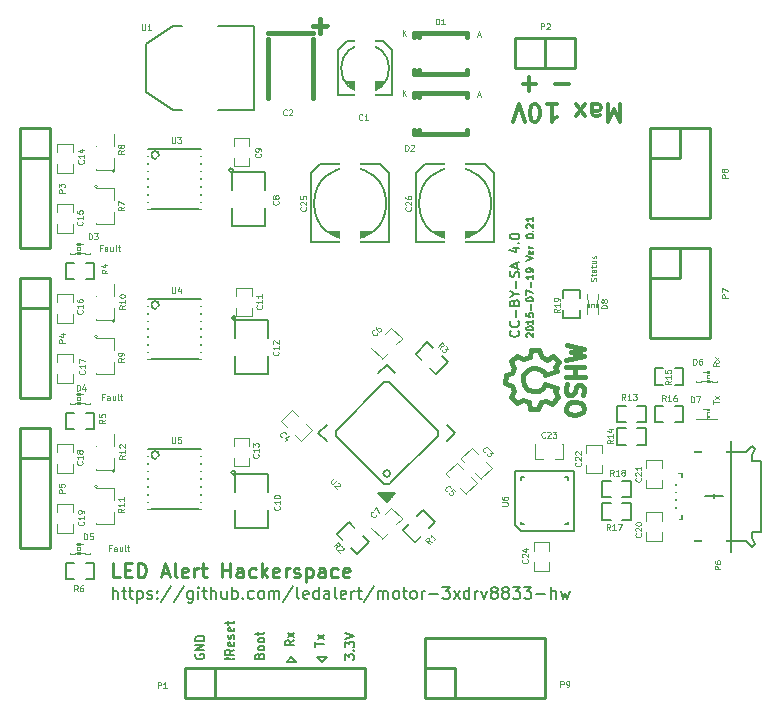
<source format=gto>
G04 #@! TF.FileFunction,Legend,Top*
%FSLAX46Y46*%
G04 Gerber Fmt 4.6, Leading zero omitted, Abs format (unit mm)*
G04 Created by KiCad (PCBNEW (2015-05-11 BZR 5650)-product) date sön 19 jul 2015 23:09:40*
%MOMM*%
G01*
G04 APERTURE LIST*
%ADD10C,0.200000*%
%ADD11C,0.187500*%
%ADD12C,0.125000*%
%ADD13C,0.300000*%
%ADD14C,0.150000*%
%ADD15C,0.250000*%
%ADD16C,0.127000*%
%ADD17C,0.119380*%
%ADD18C,0.254000*%
%ADD19C,0.203200*%
%ADD20C,0.149860*%
%ADD21C,0.152400*%
%ADD22C,0.381000*%
%ADD23C,0.066040*%
%ADD24C,0.101600*%
%ADD25C,0.200660*%
%ADD26C,0.099060*%
%ADD27C,0.304800*%
%ADD28R,1.700200X2.700960*%
%ADD29R,2.640000X1.370000*%
%ADD30R,1.243000X0.735000*%
%ADD31R,1.827200X2.132000*%
%ADD32O,1.827200X2.132000*%
%ADD33R,2.132000X2.132000*%
%ADD34O,2.132000X2.132000*%
%ADD35R,2.132000X1.827200*%
%ADD36O,2.132000X1.827200*%
%ADD37R,0.735000X1.243000*%
%ADD38R,2.132000X3.757600*%
%ADD39R,2.132000X1.116000*%
%ADD40R,1.500000X0.500000*%
%ADD41R,3.100000X3.700000*%
%ADD42R,2.599360X1.900860*%
%ADD43R,0.897560X0.897560*%
%ADD44R,2.100000X2.100000*%
%ADD45O,0.348920X0.900100*%
%ADD46O,0.900100X0.348920*%
%ADD47R,1.700000X2.200000*%
%ADD48R,2.000000X1.900000*%
%ADD49R,2.000000X2.000000*%
%ADD50R,1.450000X0.500000*%
%ADD51R,2.599360X2.050720*%
%ADD52R,1.497000X0.989000*%
%ADD53R,1.700200X3.699180*%
%ADD54R,1.827200X1.827200*%
%ADD55O,1.827200X1.827200*%
%ADD56C,7.100000*%
G04 APERTURE END LIST*
D10*
D11*
X112619286Y-131500713D02*
X112619286Y-131072142D01*
X113369286Y-131286428D02*
X112619286Y-131286428D01*
X113369286Y-130893570D02*
X112869286Y-130500713D01*
X112869286Y-130893570D02*
X113369286Y-130500713D01*
X115159286Y-132607857D02*
X115159286Y-132143571D01*
X115445000Y-132393571D01*
X115445000Y-132286429D01*
X115480714Y-132215000D01*
X115516429Y-132179286D01*
X115587857Y-132143571D01*
X115766429Y-132143571D01*
X115837857Y-132179286D01*
X115873571Y-132215000D01*
X115909286Y-132286429D01*
X115909286Y-132500714D01*
X115873571Y-132572143D01*
X115837857Y-132607857D01*
X115837857Y-131822143D02*
X115873571Y-131786428D01*
X115909286Y-131822143D01*
X115873571Y-131857857D01*
X115837857Y-131822143D01*
X115909286Y-131822143D01*
X115159286Y-131536428D02*
X115159286Y-131072142D01*
X115445000Y-131322142D01*
X115445000Y-131215000D01*
X115480714Y-131143571D01*
X115516429Y-131107857D01*
X115587857Y-131072142D01*
X115766429Y-131072142D01*
X115837857Y-131107857D01*
X115873571Y-131143571D01*
X115909286Y-131215000D01*
X115909286Y-131429285D01*
X115873571Y-131500714D01*
X115837857Y-131536428D01*
X115159286Y-130857856D02*
X115909286Y-130607856D01*
X115159286Y-130357856D01*
X110829286Y-130964999D02*
X110472143Y-131214999D01*
X110829286Y-131393571D02*
X110079286Y-131393571D01*
X110079286Y-131107856D01*
X110115000Y-131036428D01*
X110150714Y-131000713D01*
X110222143Y-130964999D01*
X110329286Y-130964999D01*
X110400714Y-131000713D01*
X110436429Y-131036428D01*
X110472143Y-131107856D01*
X110472143Y-131393571D01*
X110829286Y-130714999D02*
X110329286Y-130322142D01*
X110329286Y-130714999D02*
X110829286Y-130322142D01*
X107896429Y-132286429D02*
X107932143Y-132179286D01*
X107967857Y-132143571D01*
X108039286Y-132107857D01*
X108146429Y-132107857D01*
X108217857Y-132143571D01*
X108253571Y-132179286D01*
X108289286Y-132250714D01*
X108289286Y-132536429D01*
X107539286Y-132536429D01*
X107539286Y-132286429D01*
X107575000Y-132215000D01*
X107610714Y-132179286D01*
X107682143Y-132143571D01*
X107753571Y-132143571D01*
X107825000Y-132179286D01*
X107860714Y-132215000D01*
X107896429Y-132286429D01*
X107896429Y-132536429D01*
X108289286Y-131679286D02*
X108253571Y-131750714D01*
X108217857Y-131786429D01*
X108146429Y-131822143D01*
X107932143Y-131822143D01*
X107860714Y-131786429D01*
X107825000Y-131750714D01*
X107789286Y-131679286D01*
X107789286Y-131572143D01*
X107825000Y-131500714D01*
X107860714Y-131465000D01*
X107932143Y-131429286D01*
X108146429Y-131429286D01*
X108217857Y-131465000D01*
X108253571Y-131500714D01*
X108289286Y-131572143D01*
X108289286Y-131679286D01*
X108289286Y-131000715D02*
X108253571Y-131072143D01*
X108217857Y-131107858D01*
X108146429Y-131143572D01*
X107932143Y-131143572D01*
X107860714Y-131107858D01*
X107825000Y-131072143D01*
X107789286Y-131000715D01*
X107789286Y-130893572D01*
X107825000Y-130822143D01*
X107860714Y-130786429D01*
X107932143Y-130750715D01*
X108146429Y-130750715D01*
X108217857Y-130786429D01*
X108253571Y-130822143D01*
X108289286Y-130893572D01*
X108289286Y-131000715D01*
X107789286Y-130536429D02*
X107789286Y-130250715D01*
X107539286Y-130429287D02*
X108182143Y-130429287D01*
X108253571Y-130393572D01*
X108289286Y-130322144D01*
X108289286Y-130250715D01*
X105677857Y-132536429D02*
X105713571Y-132500714D01*
X105749286Y-132536429D01*
X105713571Y-132572143D01*
X105677857Y-132536429D01*
X105749286Y-132536429D01*
X105463571Y-132536429D02*
X105035000Y-132572143D01*
X104999286Y-132536429D01*
X105035000Y-132500714D01*
X105463571Y-132536429D01*
X104999286Y-132536429D01*
X105749286Y-131750714D02*
X105392143Y-132000714D01*
X105749286Y-132179286D02*
X104999286Y-132179286D01*
X104999286Y-131893571D01*
X105035000Y-131822143D01*
X105070714Y-131786428D01*
X105142143Y-131750714D01*
X105249286Y-131750714D01*
X105320714Y-131786428D01*
X105356429Y-131822143D01*
X105392143Y-131893571D01*
X105392143Y-132179286D01*
X105713571Y-131143571D02*
X105749286Y-131215000D01*
X105749286Y-131357857D01*
X105713571Y-131429286D01*
X105642143Y-131465000D01*
X105356429Y-131465000D01*
X105285000Y-131429286D01*
X105249286Y-131357857D01*
X105249286Y-131215000D01*
X105285000Y-131143571D01*
X105356429Y-131107857D01*
X105427857Y-131107857D01*
X105499286Y-131465000D01*
X105713571Y-130822143D02*
X105749286Y-130750714D01*
X105749286Y-130607857D01*
X105713571Y-130536429D01*
X105642143Y-130500714D01*
X105606429Y-130500714D01*
X105535000Y-130536429D01*
X105499286Y-130607857D01*
X105499286Y-130715000D01*
X105463571Y-130786429D01*
X105392143Y-130822143D01*
X105356429Y-130822143D01*
X105285000Y-130786429D01*
X105249286Y-130715000D01*
X105249286Y-130607857D01*
X105285000Y-130536429D01*
X105713571Y-129893571D02*
X105749286Y-129965000D01*
X105749286Y-130107857D01*
X105713571Y-130179286D01*
X105642143Y-130215000D01*
X105356429Y-130215000D01*
X105285000Y-130179286D01*
X105249286Y-130107857D01*
X105249286Y-129965000D01*
X105285000Y-129893571D01*
X105356429Y-129857857D01*
X105427857Y-129857857D01*
X105499286Y-130215000D01*
X105249286Y-129643571D02*
X105249286Y-129357857D01*
X104999286Y-129536429D02*
X105642143Y-129536429D01*
X105713571Y-129500714D01*
X105749286Y-129429286D01*
X105749286Y-129357857D01*
D12*
X95345238Y-123164286D02*
X95178572Y-123164286D01*
X95178572Y-123426190D02*
X95178572Y-122926190D01*
X95416667Y-122926190D01*
X95821428Y-123426190D02*
X95821428Y-123164286D01*
X95797619Y-123116667D01*
X95750000Y-123092857D01*
X95654762Y-123092857D01*
X95607143Y-123116667D01*
X95821428Y-123402381D02*
X95773809Y-123426190D01*
X95654762Y-123426190D01*
X95607143Y-123402381D01*
X95583333Y-123354762D01*
X95583333Y-123307143D01*
X95607143Y-123259524D01*
X95654762Y-123235714D01*
X95773809Y-123235714D01*
X95821428Y-123211905D01*
X96273809Y-123092857D02*
X96273809Y-123426190D01*
X96059524Y-123092857D02*
X96059524Y-123354762D01*
X96083333Y-123402381D01*
X96130952Y-123426190D01*
X96202381Y-123426190D01*
X96250000Y-123402381D01*
X96273809Y-123378571D01*
X96583333Y-123426190D02*
X96535714Y-123402381D01*
X96511905Y-123354762D01*
X96511905Y-122926190D01*
X96702381Y-123092857D02*
X96892857Y-123092857D01*
X96773810Y-122926190D02*
X96773810Y-123354762D01*
X96797619Y-123402381D01*
X96845238Y-123426190D01*
X96892857Y-123426190D01*
X94745238Y-110364286D02*
X94578572Y-110364286D01*
X94578572Y-110626190D02*
X94578572Y-110126190D01*
X94816667Y-110126190D01*
X95221428Y-110626190D02*
X95221428Y-110364286D01*
X95197619Y-110316667D01*
X95150000Y-110292857D01*
X95054762Y-110292857D01*
X95007143Y-110316667D01*
X95221428Y-110602381D02*
X95173809Y-110626190D01*
X95054762Y-110626190D01*
X95007143Y-110602381D01*
X94983333Y-110554762D01*
X94983333Y-110507143D01*
X95007143Y-110459524D01*
X95054762Y-110435714D01*
X95173809Y-110435714D01*
X95221428Y-110411905D01*
X95673809Y-110292857D02*
X95673809Y-110626190D01*
X95459524Y-110292857D02*
X95459524Y-110554762D01*
X95483333Y-110602381D01*
X95530952Y-110626190D01*
X95602381Y-110626190D01*
X95650000Y-110602381D01*
X95673809Y-110578571D01*
X95983333Y-110626190D02*
X95935714Y-110602381D01*
X95911905Y-110554762D01*
X95911905Y-110126190D01*
X96102381Y-110292857D02*
X96292857Y-110292857D01*
X96173810Y-110126190D02*
X96173810Y-110554762D01*
X96197619Y-110602381D01*
X96245238Y-110626190D01*
X96292857Y-110626190D01*
X94545238Y-97764286D02*
X94378572Y-97764286D01*
X94378572Y-98026190D02*
X94378572Y-97526190D01*
X94616667Y-97526190D01*
X95021428Y-98026190D02*
X95021428Y-97764286D01*
X94997619Y-97716667D01*
X94950000Y-97692857D01*
X94854762Y-97692857D01*
X94807143Y-97716667D01*
X95021428Y-98002381D02*
X94973809Y-98026190D01*
X94854762Y-98026190D01*
X94807143Y-98002381D01*
X94783333Y-97954762D01*
X94783333Y-97907143D01*
X94807143Y-97859524D01*
X94854762Y-97835714D01*
X94973809Y-97835714D01*
X95021428Y-97811905D01*
X95473809Y-97692857D02*
X95473809Y-98026190D01*
X95259524Y-97692857D02*
X95259524Y-97954762D01*
X95283333Y-98002381D01*
X95330952Y-98026190D01*
X95402381Y-98026190D01*
X95450000Y-98002381D01*
X95473809Y-97978571D01*
X95783333Y-98026190D02*
X95735714Y-98002381D01*
X95711905Y-97954762D01*
X95711905Y-97526190D01*
X95902381Y-97692857D02*
X96092857Y-97692857D01*
X95973810Y-97526190D02*
X95973810Y-97954762D01*
X95997619Y-98002381D01*
X96045238Y-98026190D01*
X96092857Y-98026190D01*
D13*
X138428571Y-85571429D02*
X138428571Y-87071429D01*
X137928571Y-86000000D01*
X137428571Y-87071429D01*
X137428571Y-85571429D01*
X136071428Y-85571429D02*
X136071428Y-86357143D01*
X136142857Y-86500000D01*
X136285714Y-86571429D01*
X136571428Y-86571429D01*
X136714285Y-86500000D01*
X136071428Y-85642857D02*
X136214285Y-85571429D01*
X136571428Y-85571429D01*
X136714285Y-85642857D01*
X136785714Y-85785714D01*
X136785714Y-85928571D01*
X136714285Y-86071429D01*
X136571428Y-86142857D01*
X136214285Y-86142857D01*
X136071428Y-86214286D01*
X135499999Y-85571429D02*
X134714285Y-86571429D01*
X135499999Y-86571429D02*
X134714285Y-85571429D01*
X132214285Y-85571429D02*
X133071428Y-85571429D01*
X132642856Y-85571429D02*
X132642856Y-87071429D01*
X132785713Y-86857143D01*
X132928571Y-86714286D01*
X133071428Y-86642857D01*
X131285714Y-87071429D02*
X131142857Y-87071429D01*
X131000000Y-87000000D01*
X130928571Y-86928571D01*
X130857142Y-86785714D01*
X130785714Y-86500000D01*
X130785714Y-86142857D01*
X130857142Y-85857143D01*
X130928571Y-85714286D01*
X131000000Y-85642857D01*
X131142857Y-85571429D01*
X131285714Y-85571429D01*
X131428571Y-85642857D01*
X131500000Y-85714286D01*
X131571428Y-85857143D01*
X131642857Y-86142857D01*
X131642857Y-86500000D01*
X131571428Y-86785714D01*
X131500000Y-86928571D01*
X131428571Y-87000000D01*
X131285714Y-87071429D01*
X130357143Y-87071429D02*
X129857143Y-85571429D01*
X129357143Y-87071429D01*
X132928572Y-83857143D02*
X134071429Y-83857143D01*
X130178572Y-83857143D02*
X131321429Y-83857143D01*
X130750000Y-84428571D02*
X130750000Y-83285714D01*
D12*
X136402381Y-100583333D02*
X136426190Y-100511904D01*
X136426190Y-100392857D01*
X136402381Y-100345238D01*
X136378571Y-100321428D01*
X136330952Y-100297619D01*
X136283333Y-100297619D01*
X136235714Y-100321428D01*
X136211905Y-100345238D01*
X136188095Y-100392857D01*
X136164286Y-100488095D01*
X136140476Y-100535714D01*
X136116667Y-100559523D01*
X136069048Y-100583333D01*
X136021429Y-100583333D01*
X135973810Y-100559523D01*
X135950000Y-100535714D01*
X135926190Y-100488095D01*
X135926190Y-100369047D01*
X135950000Y-100297619D01*
X136092857Y-100154762D02*
X136092857Y-99964286D01*
X135926190Y-100083333D02*
X136354762Y-100083333D01*
X136402381Y-100059524D01*
X136426190Y-100011905D01*
X136426190Y-99964286D01*
X136426190Y-99583334D02*
X136164286Y-99583334D01*
X136116667Y-99607143D01*
X136092857Y-99654762D01*
X136092857Y-99750000D01*
X136116667Y-99797619D01*
X136402381Y-99583334D02*
X136426190Y-99630953D01*
X136426190Y-99750000D01*
X136402381Y-99797619D01*
X136354762Y-99821429D01*
X136307143Y-99821429D01*
X136259524Y-99797619D01*
X136235714Y-99750000D01*
X136235714Y-99630953D01*
X136211905Y-99583334D01*
X136092857Y-99416667D02*
X136092857Y-99226191D01*
X135926190Y-99345238D02*
X136354762Y-99345238D01*
X136402381Y-99321429D01*
X136426190Y-99273810D01*
X136426190Y-99226191D01*
X136092857Y-98845239D02*
X136426190Y-98845239D01*
X136092857Y-99059524D02*
X136354762Y-99059524D01*
X136402381Y-99035715D01*
X136426190Y-98988096D01*
X136426190Y-98916667D01*
X136402381Y-98869048D01*
X136378571Y-98845239D01*
X136402381Y-98630953D02*
X136426190Y-98583334D01*
X136426190Y-98488096D01*
X136402381Y-98440477D01*
X136354762Y-98416667D01*
X136330952Y-98416667D01*
X136283333Y-98440477D01*
X136259524Y-98488096D01*
X136259524Y-98559524D01*
X136235714Y-98607143D01*
X136188095Y-98630953D01*
X136164286Y-98630953D01*
X136116667Y-98607143D01*
X136092857Y-98559524D01*
X136092857Y-98488096D01*
X136116667Y-98440477D01*
X146326190Y-110945238D02*
X146326190Y-110659524D01*
X146826190Y-110802381D02*
X146326190Y-110802381D01*
X146826190Y-110540476D02*
X146492857Y-110278572D01*
X146492857Y-110540476D02*
X146826190Y-110278572D01*
X146826190Y-107447619D02*
X146588095Y-107614286D01*
X146826190Y-107733333D02*
X146326190Y-107733333D01*
X146326190Y-107542857D01*
X146350000Y-107495238D01*
X146373810Y-107471429D01*
X146421429Y-107447619D01*
X146492857Y-107447619D01*
X146540476Y-107471429D01*
X146564286Y-107495238D01*
X146588095Y-107542857D01*
X146588095Y-107733333D01*
X146826190Y-107280952D02*
X146492857Y-107019048D01*
X146492857Y-107280952D02*
X146826190Y-107019048D01*
D10*
X113200000Y-132800000D02*
X112800000Y-132400000D01*
X113600000Y-132400000D02*
X113200000Y-132800000D01*
X112800000Y-132400000D02*
X113600000Y-132400000D01*
X111000000Y-132800000D02*
X110600000Y-132400000D01*
X110200000Y-132800000D02*
X111000000Y-132800000D01*
X110600000Y-132400000D02*
X110200000Y-132800000D01*
D11*
X102495000Y-132143571D02*
X102459286Y-132215000D01*
X102459286Y-132322143D01*
X102495000Y-132429286D01*
X102566429Y-132500714D01*
X102637857Y-132536429D01*
X102780714Y-132572143D01*
X102887857Y-132572143D01*
X103030714Y-132536429D01*
X103102143Y-132500714D01*
X103173571Y-132429286D01*
X103209286Y-132322143D01*
X103209286Y-132250714D01*
X103173571Y-132143571D01*
X103137857Y-132107857D01*
X102887857Y-132107857D01*
X102887857Y-132250714D01*
X103209286Y-131786429D02*
X102459286Y-131786429D01*
X103209286Y-131357857D01*
X102459286Y-131357857D01*
X103209286Y-131000715D02*
X102459286Y-131000715D01*
X102459286Y-130822143D01*
X102495000Y-130715000D01*
X102566429Y-130643572D01*
X102637857Y-130607857D01*
X102780714Y-130572143D01*
X102887857Y-130572143D01*
X103030714Y-130607857D01*
X103102143Y-130643572D01*
X103173571Y-130715000D01*
X103209286Y-130822143D01*
X103209286Y-131000715D01*
D14*
X129825714Y-104762381D02*
X129863810Y-104800476D01*
X129901905Y-104914762D01*
X129901905Y-104990952D01*
X129863810Y-105105238D01*
X129787619Y-105181429D01*
X129711429Y-105219524D01*
X129559048Y-105257619D01*
X129444762Y-105257619D01*
X129292381Y-105219524D01*
X129216190Y-105181429D01*
X129140000Y-105105238D01*
X129101905Y-104990952D01*
X129101905Y-104914762D01*
X129140000Y-104800476D01*
X129178095Y-104762381D01*
X129825714Y-103962381D02*
X129863810Y-104000476D01*
X129901905Y-104114762D01*
X129901905Y-104190952D01*
X129863810Y-104305238D01*
X129787619Y-104381429D01*
X129711429Y-104419524D01*
X129559048Y-104457619D01*
X129444762Y-104457619D01*
X129292381Y-104419524D01*
X129216190Y-104381429D01*
X129140000Y-104305238D01*
X129101905Y-104190952D01*
X129101905Y-104114762D01*
X129140000Y-104000476D01*
X129178095Y-103962381D01*
X129597143Y-103619524D02*
X129597143Y-103010000D01*
X129482857Y-102362381D02*
X129520952Y-102248095D01*
X129559048Y-102210000D01*
X129635238Y-102171905D01*
X129749524Y-102171905D01*
X129825714Y-102210000D01*
X129863810Y-102248095D01*
X129901905Y-102324286D01*
X129901905Y-102629048D01*
X129101905Y-102629048D01*
X129101905Y-102362381D01*
X129140000Y-102286191D01*
X129178095Y-102248095D01*
X129254286Y-102210000D01*
X129330476Y-102210000D01*
X129406667Y-102248095D01*
X129444762Y-102286191D01*
X129482857Y-102362381D01*
X129482857Y-102629048D01*
X129520952Y-101676667D02*
X129901905Y-101676667D01*
X129101905Y-101943334D02*
X129520952Y-101676667D01*
X129101905Y-101410000D01*
X129597143Y-101143334D02*
X129597143Y-100533810D01*
X129863810Y-100190953D02*
X129901905Y-100076667D01*
X129901905Y-99886191D01*
X129863810Y-99810001D01*
X129825714Y-99771905D01*
X129749524Y-99733810D01*
X129673333Y-99733810D01*
X129597143Y-99771905D01*
X129559048Y-99810001D01*
X129520952Y-99886191D01*
X129482857Y-100038572D01*
X129444762Y-100114763D01*
X129406667Y-100152858D01*
X129330476Y-100190953D01*
X129254286Y-100190953D01*
X129178095Y-100152858D01*
X129140000Y-100114763D01*
X129101905Y-100038572D01*
X129101905Y-99848096D01*
X129140000Y-99733810D01*
X129673333Y-99429048D02*
X129673333Y-99048096D01*
X129901905Y-99505239D02*
X129101905Y-99238572D01*
X129901905Y-98971905D01*
X129368571Y-97752858D02*
X129901905Y-97752858D01*
X129063810Y-97943334D02*
X129635238Y-98133810D01*
X129635238Y-97638572D01*
X129825714Y-97333810D02*
X129863810Y-97295715D01*
X129901905Y-97333810D01*
X129863810Y-97371905D01*
X129825714Y-97333810D01*
X129901905Y-97333810D01*
X129101905Y-96800477D02*
X129101905Y-96724286D01*
X129140000Y-96648096D01*
X129178095Y-96610001D01*
X129254286Y-96571905D01*
X129406667Y-96533810D01*
X129597143Y-96533810D01*
X129749524Y-96571905D01*
X129825714Y-96610001D01*
X129863810Y-96648096D01*
X129901905Y-96724286D01*
X129901905Y-96800477D01*
X129863810Y-96876667D01*
X129825714Y-96914763D01*
X129749524Y-96952858D01*
X129597143Y-96990953D01*
X129406667Y-96990953D01*
X129254286Y-96952858D01*
X129178095Y-96914763D01*
X129140000Y-96876667D01*
X129101905Y-96800477D01*
X130538571Y-105295714D02*
X130510000Y-105267143D01*
X130481429Y-105210000D01*
X130481429Y-105067143D01*
X130510000Y-105010000D01*
X130538571Y-104981429D01*
X130595714Y-104952857D01*
X130652857Y-104952857D01*
X130738571Y-104981429D01*
X131081429Y-105324286D01*
X131081429Y-104952857D01*
X130481429Y-104581428D02*
X130481429Y-104524285D01*
X130510000Y-104467142D01*
X130538571Y-104438571D01*
X130595714Y-104410000D01*
X130710000Y-104381428D01*
X130852857Y-104381428D01*
X130967143Y-104410000D01*
X131024286Y-104438571D01*
X131052857Y-104467142D01*
X131081429Y-104524285D01*
X131081429Y-104581428D01*
X131052857Y-104638571D01*
X131024286Y-104667142D01*
X130967143Y-104695714D01*
X130852857Y-104724285D01*
X130710000Y-104724285D01*
X130595714Y-104695714D01*
X130538571Y-104667142D01*
X130510000Y-104638571D01*
X130481429Y-104581428D01*
X131081429Y-103809999D02*
X131081429Y-104152856D01*
X131081429Y-103981428D02*
X130481429Y-103981428D01*
X130567143Y-104038571D01*
X130624286Y-104095713D01*
X130652857Y-104152856D01*
X130481429Y-103267142D02*
X130481429Y-103552856D01*
X130767143Y-103581427D01*
X130738571Y-103552856D01*
X130710000Y-103495713D01*
X130710000Y-103352856D01*
X130738571Y-103295713D01*
X130767143Y-103267142D01*
X130824286Y-103238570D01*
X130967143Y-103238570D01*
X131024286Y-103267142D01*
X131052857Y-103295713D01*
X131081429Y-103352856D01*
X131081429Y-103495713D01*
X131052857Y-103552856D01*
X131024286Y-103581427D01*
X130852857Y-102981427D02*
X130852857Y-102524284D01*
X130481429Y-102124284D02*
X130481429Y-102067141D01*
X130510000Y-102009998D01*
X130538571Y-101981427D01*
X130595714Y-101952856D01*
X130710000Y-101924284D01*
X130852857Y-101924284D01*
X130967143Y-101952856D01*
X131024286Y-101981427D01*
X131052857Y-102009998D01*
X131081429Y-102067141D01*
X131081429Y-102124284D01*
X131052857Y-102181427D01*
X131024286Y-102209998D01*
X130967143Y-102238570D01*
X130852857Y-102267141D01*
X130710000Y-102267141D01*
X130595714Y-102238570D01*
X130538571Y-102209998D01*
X130510000Y-102181427D01*
X130481429Y-102124284D01*
X130481429Y-101724284D02*
X130481429Y-101324284D01*
X131081429Y-101581427D01*
X130852857Y-101095712D02*
X130852857Y-100638569D01*
X131081429Y-100038569D02*
X131081429Y-100381426D01*
X131081429Y-100209998D02*
X130481429Y-100209998D01*
X130567143Y-100267141D01*
X130624286Y-100324283D01*
X130652857Y-100381426D01*
X131081429Y-99752854D02*
X131081429Y-99638569D01*
X131052857Y-99581426D01*
X131024286Y-99552854D01*
X130938571Y-99495712D01*
X130824286Y-99467140D01*
X130595714Y-99467140D01*
X130538571Y-99495712D01*
X130510000Y-99524283D01*
X130481429Y-99581426D01*
X130481429Y-99695712D01*
X130510000Y-99752854D01*
X130538571Y-99781426D01*
X130595714Y-99809997D01*
X130738571Y-99809997D01*
X130795714Y-99781426D01*
X130824286Y-99752854D01*
X130852857Y-99695712D01*
X130852857Y-99581426D01*
X130824286Y-99524283D01*
X130795714Y-99495712D01*
X130738571Y-99467140D01*
X130481429Y-98838568D02*
X131081429Y-98638568D01*
X130481429Y-98438568D01*
X131052857Y-98009996D02*
X131081429Y-98067139D01*
X131081429Y-98181425D01*
X131052857Y-98238568D01*
X130995714Y-98267139D01*
X130767143Y-98267139D01*
X130710000Y-98238568D01*
X130681429Y-98181425D01*
X130681429Y-98067139D01*
X130710000Y-98009996D01*
X130767143Y-97981425D01*
X130824286Y-97981425D01*
X130881429Y-98267139D01*
X131081429Y-97724282D02*
X130681429Y-97724282D01*
X130795714Y-97724282D02*
X130738571Y-97695710D01*
X130710000Y-97667139D01*
X130681429Y-97609996D01*
X130681429Y-97552853D01*
X130481429Y-96781424D02*
X130481429Y-96724281D01*
X130510000Y-96667138D01*
X130538571Y-96638567D01*
X130595714Y-96609996D01*
X130710000Y-96581424D01*
X130852857Y-96581424D01*
X130967143Y-96609996D01*
X131024286Y-96638567D01*
X131052857Y-96667138D01*
X131081429Y-96724281D01*
X131081429Y-96781424D01*
X131052857Y-96838567D01*
X131024286Y-96867138D01*
X130967143Y-96895710D01*
X130852857Y-96924281D01*
X130710000Y-96924281D01*
X130595714Y-96895710D01*
X130538571Y-96867138D01*
X130510000Y-96838567D01*
X130481429Y-96781424D01*
X131024286Y-96324281D02*
X131052857Y-96295709D01*
X131081429Y-96324281D01*
X131052857Y-96352852D01*
X131024286Y-96324281D01*
X131081429Y-96324281D01*
X130538571Y-96067138D02*
X130510000Y-96038567D01*
X130481429Y-95981424D01*
X130481429Y-95838567D01*
X130510000Y-95781424D01*
X130538571Y-95752853D01*
X130595714Y-95724281D01*
X130652857Y-95724281D01*
X130738571Y-95752853D01*
X131081429Y-96095710D01*
X131081429Y-95724281D01*
X131081429Y-95152852D02*
X131081429Y-95495709D01*
X131081429Y-95324281D02*
X130481429Y-95324281D01*
X130567143Y-95381424D01*
X130624286Y-95438566D01*
X130652857Y-95495709D01*
D10*
X95488095Y-127452381D02*
X95488095Y-126452381D01*
X95916667Y-127452381D02*
X95916667Y-126928571D01*
X95869048Y-126833333D01*
X95773810Y-126785714D01*
X95630952Y-126785714D01*
X95535714Y-126833333D01*
X95488095Y-126880952D01*
X96250000Y-126785714D02*
X96630952Y-126785714D01*
X96392857Y-126452381D02*
X96392857Y-127309524D01*
X96440476Y-127404762D01*
X96535714Y-127452381D01*
X96630952Y-127452381D01*
X96821429Y-126785714D02*
X97202381Y-126785714D01*
X96964286Y-126452381D02*
X96964286Y-127309524D01*
X97011905Y-127404762D01*
X97107143Y-127452381D01*
X97202381Y-127452381D01*
X97535715Y-126785714D02*
X97535715Y-127785714D01*
X97535715Y-126833333D02*
X97630953Y-126785714D01*
X97821430Y-126785714D01*
X97916668Y-126833333D01*
X97964287Y-126880952D01*
X98011906Y-126976190D01*
X98011906Y-127261905D01*
X97964287Y-127357143D01*
X97916668Y-127404762D01*
X97821430Y-127452381D01*
X97630953Y-127452381D01*
X97535715Y-127404762D01*
X98392858Y-127404762D02*
X98488096Y-127452381D01*
X98678572Y-127452381D01*
X98773811Y-127404762D01*
X98821430Y-127309524D01*
X98821430Y-127261905D01*
X98773811Y-127166667D01*
X98678572Y-127119048D01*
X98535715Y-127119048D01*
X98440477Y-127071429D01*
X98392858Y-126976190D01*
X98392858Y-126928571D01*
X98440477Y-126833333D01*
X98535715Y-126785714D01*
X98678572Y-126785714D01*
X98773811Y-126833333D01*
X99250001Y-127357143D02*
X99297620Y-127404762D01*
X99250001Y-127452381D01*
X99202382Y-127404762D01*
X99250001Y-127357143D01*
X99250001Y-127452381D01*
X99250001Y-126833333D02*
X99297620Y-126880952D01*
X99250001Y-126928571D01*
X99202382Y-126880952D01*
X99250001Y-126833333D01*
X99250001Y-126928571D01*
X100440477Y-126404762D02*
X99583334Y-127690476D01*
X101488096Y-126404762D02*
X100630953Y-127690476D01*
X102250001Y-126785714D02*
X102250001Y-127595238D01*
X102202382Y-127690476D01*
X102154763Y-127738095D01*
X102059524Y-127785714D01*
X101916667Y-127785714D01*
X101821429Y-127738095D01*
X102250001Y-127404762D02*
X102154763Y-127452381D01*
X101964286Y-127452381D01*
X101869048Y-127404762D01*
X101821429Y-127357143D01*
X101773810Y-127261905D01*
X101773810Y-126976190D01*
X101821429Y-126880952D01*
X101869048Y-126833333D01*
X101964286Y-126785714D01*
X102154763Y-126785714D01*
X102250001Y-126833333D01*
X102726191Y-127452381D02*
X102726191Y-126785714D01*
X102726191Y-126452381D02*
X102678572Y-126500000D01*
X102726191Y-126547619D01*
X102773810Y-126500000D01*
X102726191Y-126452381D01*
X102726191Y-126547619D01*
X103059524Y-126785714D02*
X103440476Y-126785714D01*
X103202381Y-126452381D02*
X103202381Y-127309524D01*
X103250000Y-127404762D01*
X103345238Y-127452381D01*
X103440476Y-127452381D01*
X103773810Y-127452381D02*
X103773810Y-126452381D01*
X104202382Y-127452381D02*
X104202382Y-126928571D01*
X104154763Y-126833333D01*
X104059525Y-126785714D01*
X103916667Y-126785714D01*
X103821429Y-126833333D01*
X103773810Y-126880952D01*
X105107144Y-126785714D02*
X105107144Y-127452381D01*
X104678572Y-126785714D02*
X104678572Y-127309524D01*
X104726191Y-127404762D01*
X104821429Y-127452381D01*
X104964287Y-127452381D01*
X105059525Y-127404762D01*
X105107144Y-127357143D01*
X105583334Y-127452381D02*
X105583334Y-126452381D01*
X105583334Y-126833333D02*
X105678572Y-126785714D01*
X105869049Y-126785714D01*
X105964287Y-126833333D01*
X106011906Y-126880952D01*
X106059525Y-126976190D01*
X106059525Y-127261905D01*
X106011906Y-127357143D01*
X105964287Y-127404762D01*
X105869049Y-127452381D01*
X105678572Y-127452381D01*
X105583334Y-127404762D01*
X106488096Y-127357143D02*
X106535715Y-127404762D01*
X106488096Y-127452381D01*
X106440477Y-127404762D01*
X106488096Y-127357143D01*
X106488096Y-127452381D01*
X107392858Y-127404762D02*
X107297620Y-127452381D01*
X107107143Y-127452381D01*
X107011905Y-127404762D01*
X106964286Y-127357143D01*
X106916667Y-127261905D01*
X106916667Y-126976190D01*
X106964286Y-126880952D01*
X107011905Y-126833333D01*
X107107143Y-126785714D01*
X107297620Y-126785714D01*
X107392858Y-126833333D01*
X107964286Y-127452381D02*
X107869048Y-127404762D01*
X107821429Y-127357143D01*
X107773810Y-127261905D01*
X107773810Y-126976190D01*
X107821429Y-126880952D01*
X107869048Y-126833333D01*
X107964286Y-126785714D01*
X108107144Y-126785714D01*
X108202382Y-126833333D01*
X108250001Y-126880952D01*
X108297620Y-126976190D01*
X108297620Y-127261905D01*
X108250001Y-127357143D01*
X108202382Y-127404762D01*
X108107144Y-127452381D01*
X107964286Y-127452381D01*
X108726191Y-127452381D02*
X108726191Y-126785714D01*
X108726191Y-126880952D02*
X108773810Y-126833333D01*
X108869048Y-126785714D01*
X109011906Y-126785714D01*
X109107144Y-126833333D01*
X109154763Y-126928571D01*
X109154763Y-127452381D01*
X109154763Y-126928571D02*
X109202382Y-126833333D01*
X109297620Y-126785714D01*
X109440477Y-126785714D01*
X109535715Y-126833333D01*
X109583334Y-126928571D01*
X109583334Y-127452381D01*
X110773810Y-126404762D02*
X109916667Y-127690476D01*
X111250000Y-127452381D02*
X111154762Y-127404762D01*
X111107143Y-127309524D01*
X111107143Y-126452381D01*
X112011906Y-127404762D02*
X111916668Y-127452381D01*
X111726191Y-127452381D01*
X111630953Y-127404762D01*
X111583334Y-127309524D01*
X111583334Y-126928571D01*
X111630953Y-126833333D01*
X111726191Y-126785714D01*
X111916668Y-126785714D01*
X112011906Y-126833333D01*
X112059525Y-126928571D01*
X112059525Y-127023810D01*
X111583334Y-127119048D01*
X112916668Y-127452381D02*
X112916668Y-126452381D01*
X112916668Y-127404762D02*
X112821430Y-127452381D01*
X112630953Y-127452381D01*
X112535715Y-127404762D01*
X112488096Y-127357143D01*
X112440477Y-127261905D01*
X112440477Y-126976190D01*
X112488096Y-126880952D01*
X112535715Y-126833333D01*
X112630953Y-126785714D01*
X112821430Y-126785714D01*
X112916668Y-126833333D01*
X113821430Y-127452381D02*
X113821430Y-126928571D01*
X113773811Y-126833333D01*
X113678573Y-126785714D01*
X113488096Y-126785714D01*
X113392858Y-126833333D01*
X113821430Y-127404762D02*
X113726192Y-127452381D01*
X113488096Y-127452381D01*
X113392858Y-127404762D01*
X113345239Y-127309524D01*
X113345239Y-127214286D01*
X113392858Y-127119048D01*
X113488096Y-127071429D01*
X113726192Y-127071429D01*
X113821430Y-127023810D01*
X114440477Y-127452381D02*
X114345239Y-127404762D01*
X114297620Y-127309524D01*
X114297620Y-126452381D01*
X115202383Y-127404762D02*
X115107145Y-127452381D01*
X114916668Y-127452381D01*
X114821430Y-127404762D01*
X114773811Y-127309524D01*
X114773811Y-126928571D01*
X114821430Y-126833333D01*
X114916668Y-126785714D01*
X115107145Y-126785714D01*
X115202383Y-126833333D01*
X115250002Y-126928571D01*
X115250002Y-127023810D01*
X114773811Y-127119048D01*
X115678573Y-127452381D02*
X115678573Y-126785714D01*
X115678573Y-126976190D02*
X115726192Y-126880952D01*
X115773811Y-126833333D01*
X115869049Y-126785714D01*
X115964288Y-126785714D01*
X116154764Y-126785714D02*
X116535716Y-126785714D01*
X116297621Y-126452381D02*
X116297621Y-127309524D01*
X116345240Y-127404762D01*
X116440478Y-127452381D01*
X116535716Y-127452381D01*
X117583336Y-126404762D02*
X116726193Y-127690476D01*
X117916669Y-127452381D02*
X117916669Y-126785714D01*
X117916669Y-126880952D02*
X117964288Y-126833333D01*
X118059526Y-126785714D01*
X118202384Y-126785714D01*
X118297622Y-126833333D01*
X118345241Y-126928571D01*
X118345241Y-127452381D01*
X118345241Y-126928571D02*
X118392860Y-126833333D01*
X118488098Y-126785714D01*
X118630955Y-126785714D01*
X118726193Y-126833333D01*
X118773812Y-126928571D01*
X118773812Y-127452381D01*
X119392859Y-127452381D02*
X119297621Y-127404762D01*
X119250002Y-127357143D01*
X119202383Y-127261905D01*
X119202383Y-126976190D01*
X119250002Y-126880952D01*
X119297621Y-126833333D01*
X119392859Y-126785714D01*
X119535717Y-126785714D01*
X119630955Y-126833333D01*
X119678574Y-126880952D01*
X119726193Y-126976190D01*
X119726193Y-127261905D01*
X119678574Y-127357143D01*
X119630955Y-127404762D01*
X119535717Y-127452381D01*
X119392859Y-127452381D01*
X120011907Y-126785714D02*
X120392859Y-126785714D01*
X120154764Y-126452381D02*
X120154764Y-127309524D01*
X120202383Y-127404762D01*
X120297621Y-127452381D01*
X120392859Y-127452381D01*
X120869050Y-127452381D02*
X120773812Y-127404762D01*
X120726193Y-127357143D01*
X120678574Y-127261905D01*
X120678574Y-126976190D01*
X120726193Y-126880952D01*
X120773812Y-126833333D01*
X120869050Y-126785714D01*
X121011908Y-126785714D01*
X121107146Y-126833333D01*
X121154765Y-126880952D01*
X121202384Y-126976190D01*
X121202384Y-127261905D01*
X121154765Y-127357143D01*
X121107146Y-127404762D01*
X121011908Y-127452381D01*
X120869050Y-127452381D01*
X121630955Y-127452381D02*
X121630955Y-126785714D01*
X121630955Y-126976190D02*
X121678574Y-126880952D01*
X121726193Y-126833333D01*
X121821431Y-126785714D01*
X121916670Y-126785714D01*
X122250003Y-127071429D02*
X123011908Y-127071429D01*
X123392860Y-126452381D02*
X124011908Y-126452381D01*
X123678574Y-126833333D01*
X123821432Y-126833333D01*
X123916670Y-126880952D01*
X123964289Y-126928571D01*
X124011908Y-127023810D01*
X124011908Y-127261905D01*
X123964289Y-127357143D01*
X123916670Y-127404762D01*
X123821432Y-127452381D01*
X123535717Y-127452381D01*
X123440479Y-127404762D01*
X123392860Y-127357143D01*
X124345241Y-127452381D02*
X124869051Y-126785714D01*
X124345241Y-126785714D02*
X124869051Y-127452381D01*
X125678575Y-127452381D02*
X125678575Y-126452381D01*
X125678575Y-127404762D02*
X125583337Y-127452381D01*
X125392860Y-127452381D01*
X125297622Y-127404762D01*
X125250003Y-127357143D01*
X125202384Y-127261905D01*
X125202384Y-126976190D01*
X125250003Y-126880952D01*
X125297622Y-126833333D01*
X125392860Y-126785714D01*
X125583337Y-126785714D01*
X125678575Y-126833333D01*
X126154765Y-127452381D02*
X126154765Y-126785714D01*
X126154765Y-126976190D02*
X126202384Y-126880952D01*
X126250003Y-126833333D01*
X126345241Y-126785714D01*
X126440480Y-126785714D01*
X126678575Y-126785714D02*
X126916670Y-127452381D01*
X127154766Y-126785714D01*
X127678575Y-126880952D02*
X127583337Y-126833333D01*
X127535718Y-126785714D01*
X127488099Y-126690476D01*
X127488099Y-126642857D01*
X127535718Y-126547619D01*
X127583337Y-126500000D01*
X127678575Y-126452381D01*
X127869052Y-126452381D01*
X127964290Y-126500000D01*
X128011909Y-126547619D01*
X128059528Y-126642857D01*
X128059528Y-126690476D01*
X128011909Y-126785714D01*
X127964290Y-126833333D01*
X127869052Y-126880952D01*
X127678575Y-126880952D01*
X127583337Y-126928571D01*
X127535718Y-126976190D01*
X127488099Y-127071429D01*
X127488099Y-127261905D01*
X127535718Y-127357143D01*
X127583337Y-127404762D01*
X127678575Y-127452381D01*
X127869052Y-127452381D01*
X127964290Y-127404762D01*
X128011909Y-127357143D01*
X128059528Y-127261905D01*
X128059528Y-127071429D01*
X128011909Y-126976190D01*
X127964290Y-126928571D01*
X127869052Y-126880952D01*
X128630956Y-126880952D02*
X128535718Y-126833333D01*
X128488099Y-126785714D01*
X128440480Y-126690476D01*
X128440480Y-126642857D01*
X128488099Y-126547619D01*
X128535718Y-126500000D01*
X128630956Y-126452381D01*
X128821433Y-126452381D01*
X128916671Y-126500000D01*
X128964290Y-126547619D01*
X129011909Y-126642857D01*
X129011909Y-126690476D01*
X128964290Y-126785714D01*
X128916671Y-126833333D01*
X128821433Y-126880952D01*
X128630956Y-126880952D01*
X128535718Y-126928571D01*
X128488099Y-126976190D01*
X128440480Y-127071429D01*
X128440480Y-127261905D01*
X128488099Y-127357143D01*
X128535718Y-127404762D01*
X128630956Y-127452381D01*
X128821433Y-127452381D01*
X128916671Y-127404762D01*
X128964290Y-127357143D01*
X129011909Y-127261905D01*
X129011909Y-127071429D01*
X128964290Y-126976190D01*
X128916671Y-126928571D01*
X128821433Y-126880952D01*
X129345242Y-126452381D02*
X129964290Y-126452381D01*
X129630956Y-126833333D01*
X129773814Y-126833333D01*
X129869052Y-126880952D01*
X129916671Y-126928571D01*
X129964290Y-127023810D01*
X129964290Y-127261905D01*
X129916671Y-127357143D01*
X129869052Y-127404762D01*
X129773814Y-127452381D01*
X129488099Y-127452381D01*
X129392861Y-127404762D01*
X129345242Y-127357143D01*
X130297623Y-126452381D02*
X130916671Y-126452381D01*
X130583337Y-126833333D01*
X130726195Y-126833333D01*
X130821433Y-126880952D01*
X130869052Y-126928571D01*
X130916671Y-127023810D01*
X130916671Y-127261905D01*
X130869052Y-127357143D01*
X130821433Y-127404762D01*
X130726195Y-127452381D01*
X130440480Y-127452381D01*
X130345242Y-127404762D01*
X130297623Y-127357143D01*
X131345242Y-127071429D02*
X132107147Y-127071429D01*
X132583337Y-127452381D02*
X132583337Y-126452381D01*
X133011909Y-127452381D02*
X133011909Y-126928571D01*
X132964290Y-126833333D01*
X132869052Y-126785714D01*
X132726194Y-126785714D01*
X132630956Y-126833333D01*
X132583337Y-126880952D01*
X133392861Y-126785714D02*
X133583337Y-127452381D01*
X133773814Y-126976190D01*
X133964290Y-127452381D01*
X134154766Y-126785714D01*
D15*
X96107143Y-125637857D02*
X95535714Y-125637857D01*
X95535714Y-124437857D01*
X96507143Y-125009286D02*
X96907143Y-125009286D01*
X97078572Y-125637857D02*
X96507143Y-125637857D01*
X96507143Y-124437857D01*
X97078572Y-124437857D01*
X97592857Y-125637857D02*
X97592857Y-124437857D01*
X97878572Y-124437857D01*
X98050000Y-124495000D01*
X98164286Y-124609286D01*
X98221429Y-124723571D01*
X98278572Y-124952143D01*
X98278572Y-125123571D01*
X98221429Y-125352143D01*
X98164286Y-125466429D01*
X98050000Y-125580714D01*
X97878572Y-125637857D01*
X97592857Y-125637857D01*
X99650000Y-125295000D02*
X100221429Y-125295000D01*
X99535715Y-125637857D02*
X99935715Y-124437857D01*
X100335715Y-125637857D01*
X100907143Y-125637857D02*
X100792857Y-125580714D01*
X100735714Y-125466429D01*
X100735714Y-124437857D01*
X101821428Y-125580714D02*
X101707142Y-125637857D01*
X101478571Y-125637857D01*
X101364285Y-125580714D01*
X101307142Y-125466429D01*
X101307142Y-125009286D01*
X101364285Y-124895000D01*
X101478571Y-124837857D01*
X101707142Y-124837857D01*
X101821428Y-124895000D01*
X101878571Y-125009286D01*
X101878571Y-125123571D01*
X101307142Y-125237857D01*
X102392856Y-125637857D02*
X102392856Y-124837857D01*
X102392856Y-125066429D02*
X102449999Y-124952143D01*
X102507142Y-124895000D01*
X102621428Y-124837857D01*
X102735713Y-124837857D01*
X102964285Y-124837857D02*
X103421428Y-124837857D01*
X103135713Y-124437857D02*
X103135713Y-125466429D01*
X103192856Y-125580714D01*
X103307142Y-125637857D01*
X103421428Y-125637857D01*
X104735713Y-125637857D02*
X104735713Y-124437857D01*
X104735713Y-125009286D02*
X105421428Y-125009286D01*
X105421428Y-125637857D02*
X105421428Y-124437857D01*
X106507142Y-125637857D02*
X106507142Y-125009286D01*
X106449999Y-124895000D01*
X106335713Y-124837857D01*
X106107142Y-124837857D01*
X105992856Y-124895000D01*
X106507142Y-125580714D02*
X106392856Y-125637857D01*
X106107142Y-125637857D01*
X105992856Y-125580714D01*
X105935713Y-125466429D01*
X105935713Y-125352143D01*
X105992856Y-125237857D01*
X106107142Y-125180714D01*
X106392856Y-125180714D01*
X106507142Y-125123571D01*
X107592856Y-125580714D02*
X107478570Y-125637857D01*
X107249999Y-125637857D01*
X107135713Y-125580714D01*
X107078570Y-125523571D01*
X107021427Y-125409286D01*
X107021427Y-125066429D01*
X107078570Y-124952143D01*
X107135713Y-124895000D01*
X107249999Y-124837857D01*
X107478570Y-124837857D01*
X107592856Y-124895000D01*
X108107141Y-125637857D02*
X108107141Y-124437857D01*
X108221427Y-125180714D02*
X108564284Y-125637857D01*
X108564284Y-124837857D02*
X108107141Y-125295000D01*
X109535713Y-125580714D02*
X109421427Y-125637857D01*
X109192856Y-125637857D01*
X109078570Y-125580714D01*
X109021427Y-125466429D01*
X109021427Y-125009286D01*
X109078570Y-124895000D01*
X109192856Y-124837857D01*
X109421427Y-124837857D01*
X109535713Y-124895000D01*
X109592856Y-125009286D01*
X109592856Y-125123571D01*
X109021427Y-125237857D01*
X110107141Y-125637857D02*
X110107141Y-124837857D01*
X110107141Y-125066429D02*
X110164284Y-124952143D01*
X110221427Y-124895000D01*
X110335713Y-124837857D01*
X110449998Y-124837857D01*
X110792855Y-125580714D02*
X110907141Y-125637857D01*
X111135713Y-125637857D01*
X111249998Y-125580714D01*
X111307141Y-125466429D01*
X111307141Y-125409286D01*
X111249998Y-125295000D01*
X111135713Y-125237857D01*
X110964284Y-125237857D01*
X110849998Y-125180714D01*
X110792855Y-125066429D01*
X110792855Y-125009286D01*
X110849998Y-124895000D01*
X110964284Y-124837857D01*
X111135713Y-124837857D01*
X111249998Y-124895000D01*
X111821427Y-124837857D02*
X111821427Y-126037857D01*
X111821427Y-124895000D02*
X111935713Y-124837857D01*
X112164284Y-124837857D01*
X112278570Y-124895000D01*
X112335713Y-124952143D01*
X112392856Y-125066429D01*
X112392856Y-125409286D01*
X112335713Y-125523571D01*
X112278570Y-125580714D01*
X112164284Y-125637857D01*
X111935713Y-125637857D01*
X111821427Y-125580714D01*
X113421427Y-125637857D02*
X113421427Y-125009286D01*
X113364284Y-124895000D01*
X113249998Y-124837857D01*
X113021427Y-124837857D01*
X112907141Y-124895000D01*
X113421427Y-125580714D02*
X113307141Y-125637857D01*
X113021427Y-125637857D01*
X112907141Y-125580714D01*
X112849998Y-125466429D01*
X112849998Y-125352143D01*
X112907141Y-125237857D01*
X113021427Y-125180714D01*
X113307141Y-125180714D01*
X113421427Y-125123571D01*
X114507141Y-125580714D02*
X114392855Y-125637857D01*
X114164284Y-125637857D01*
X114049998Y-125580714D01*
X113992855Y-125523571D01*
X113935712Y-125409286D01*
X113935712Y-125066429D01*
X113992855Y-124952143D01*
X114049998Y-124895000D01*
X114164284Y-124837857D01*
X114392855Y-124837857D01*
X114507141Y-124895000D01*
X115478569Y-125580714D02*
X115364283Y-125637857D01*
X115135712Y-125637857D01*
X115021426Y-125580714D01*
X114964283Y-125466429D01*
X114964283Y-125009286D01*
X115021426Y-124895000D01*
X115135712Y-124837857D01*
X115364283Y-124837857D01*
X115478569Y-124895000D01*
X115535712Y-125009286D01*
X115535712Y-125123571D01*
X114964283Y-125237857D01*
D16*
X116840000Y-80899000D02*
X116840000Y-81661000D01*
X116459000Y-81280000D02*
X117221000Y-81280000D01*
X119126000Y-81026000D02*
X119126000Y-84836000D01*
X115316000Y-80264000D02*
X118364000Y-80264000D01*
X119126000Y-81026000D02*
X118364000Y-80264000D01*
X114554000Y-81026000D02*
X114554000Y-84836000D01*
X114554000Y-81026000D02*
X115316000Y-80264000D01*
X116967000Y-84582000D02*
X116713000Y-84582000D01*
X116205000Y-84455000D02*
X117475000Y-84455000D01*
X117729000Y-84328000D02*
X115951000Y-84328000D01*
X117983000Y-84201000D02*
X115697000Y-84201000D01*
X115570000Y-84074000D02*
X118110000Y-84074000D01*
X118237000Y-83947000D02*
X115443000Y-83947000D01*
X115316000Y-83820000D02*
X118364000Y-83820000D01*
X115189000Y-83693000D02*
X118491000Y-83693000D01*
X118872000Y-82550000D02*
G75*
G03X118872000Y-82550000I-2032000J0D01*
G01*
X114554000Y-84836000D02*
X119126000Y-84836000D01*
D17*
X126184033Y-116783611D02*
X126677947Y-117277525D01*
X125476389Y-116075967D02*
X124982475Y-115582053D01*
X127103611Y-115864033D02*
X127597525Y-116357947D01*
X125902053Y-114662475D02*
X126395967Y-115156389D01*
X127586749Y-116368723D02*
X126688723Y-117266749D01*
X124993251Y-115571277D02*
X125891277Y-114673251D01*
X111155967Y-111981389D02*
X110662053Y-111487475D01*
X111863611Y-112689033D02*
X112357525Y-113182947D01*
X110236389Y-112900967D02*
X109742475Y-112407053D01*
X111437947Y-114102525D02*
X110944033Y-113608611D01*
X109753251Y-112396277D02*
X110651277Y-111498251D01*
X112346749Y-113193723D02*
X111448723Y-114091749D01*
X124914033Y-118053611D02*
X125407947Y-118547525D01*
X124206389Y-117345967D02*
X123712475Y-116852053D01*
X125833611Y-117134033D02*
X126327525Y-117627947D01*
X124632053Y-115932475D02*
X125125967Y-116426389D01*
X126316749Y-117638723D02*
X125418723Y-118536749D01*
X123723251Y-116841277D02*
X124621277Y-115943251D01*
X119483611Y-105915967D02*
X119977525Y-105422053D01*
X118775967Y-106623611D02*
X118282053Y-107117525D01*
X118564033Y-104996389D02*
X119057947Y-104502475D01*
X117362475Y-106197947D02*
X117856389Y-105704033D01*
X119068723Y-104513251D02*
X119966749Y-105411277D01*
X118271277Y-107106749D02*
X117373251Y-106208723D01*
X117856389Y-120944033D02*
X117362475Y-121437947D01*
X118564033Y-120236389D02*
X119057947Y-119742475D01*
X118775967Y-121863611D02*
X118282053Y-122357525D01*
X119977525Y-120662053D02*
X119483611Y-121155967D01*
X118271277Y-122346749D02*
X117373251Y-121448723D01*
X119068723Y-119753251D02*
X119966749Y-120651277D01*
D16*
X105655605Y-91187000D02*
G75*
G03X105655605Y-91187000I-179605J0D01*
G01*
X108397000Y-92838000D02*
X108397000Y-91314000D01*
X108397000Y-91314000D02*
X105603000Y-91314000D01*
X105603000Y-91314000D02*
X105603000Y-92838000D01*
X105603000Y-94362000D02*
X105603000Y-95886000D01*
X105603000Y-95886000D02*
X108397000Y-95886000D01*
X108397000Y-95886000D02*
X108397000Y-94362000D01*
D17*
X107050240Y-89099620D02*
X107050240Y-88401120D01*
X107050240Y-90100380D02*
X107050240Y-90798880D01*
X105749760Y-89099620D02*
X105749760Y-88401120D01*
X105749760Y-90798880D02*
X105749760Y-90100380D01*
X105765000Y-88401120D02*
X107035000Y-88401120D01*
X107035000Y-90798880D02*
X105765000Y-90798880D01*
D16*
X105855605Y-116787000D02*
G75*
G03X105855605Y-116787000I-179605J0D01*
G01*
X108597000Y-118438000D02*
X108597000Y-116914000D01*
X108597000Y-116914000D02*
X105803000Y-116914000D01*
X105803000Y-116914000D02*
X105803000Y-118438000D01*
X105803000Y-119962000D02*
X105803000Y-121486000D01*
X105803000Y-121486000D02*
X108597000Y-121486000D01*
X108597000Y-121486000D02*
X108597000Y-119962000D01*
D17*
X107250240Y-101799620D02*
X107250240Y-101101120D01*
X107250240Y-102800380D02*
X107250240Y-103498880D01*
X105949760Y-101799620D02*
X105949760Y-101101120D01*
X105949760Y-103498880D02*
X105949760Y-102800380D01*
X105965000Y-101101120D02*
X107235000Y-101101120D01*
X107235000Y-103498880D02*
X105965000Y-103498880D01*
D16*
X105855605Y-103687000D02*
G75*
G03X105855605Y-103687000I-179605J0D01*
G01*
X108597000Y-105338000D02*
X108597000Y-103814000D01*
X108597000Y-103814000D02*
X105803000Y-103814000D01*
X105803000Y-103814000D02*
X105803000Y-105338000D01*
X105803000Y-106862000D02*
X105803000Y-108386000D01*
X105803000Y-108386000D02*
X108597000Y-108386000D01*
X108597000Y-108386000D02*
X108597000Y-106862000D01*
D17*
X107050240Y-114499620D02*
X107050240Y-113801120D01*
X107050240Y-115500380D02*
X107050240Y-116198880D01*
X105749760Y-114499620D02*
X105749760Y-113801120D01*
X105749760Y-116198880D02*
X105749760Y-115500380D01*
X105765000Y-113801120D02*
X107035000Y-113801120D01*
X107035000Y-116198880D02*
X105765000Y-116198880D01*
D18*
X104140000Y-133350000D02*
X116840000Y-133350000D01*
X116840000Y-133350000D02*
X116840000Y-135890000D01*
X116840000Y-135890000D02*
X104140000Y-135890000D01*
X101600000Y-133350000D02*
X104140000Y-133350000D01*
X104140000Y-133350000D02*
X104140000Y-135890000D01*
X101600000Y-133350000D02*
X101600000Y-135890000D01*
X101600000Y-135890000D02*
X104140000Y-135890000D01*
X132080000Y-82550000D02*
X132080000Y-80010000D01*
X134620000Y-82550000D02*
X134620000Y-80010000D01*
X134620000Y-80010000D02*
X132080000Y-80010000D01*
X132080000Y-80010000D02*
X129540000Y-80010000D01*
X129540000Y-80010000D02*
X129540000Y-82550000D01*
X129540000Y-82550000D02*
X134620000Y-82550000D01*
X87630000Y-90170000D02*
X87630000Y-97790000D01*
X90170000Y-90170000D02*
X90170000Y-97790000D01*
X90170000Y-87630000D02*
X90170000Y-90170000D01*
X87630000Y-97790000D02*
X90170000Y-97790000D01*
X90170000Y-90170000D02*
X87630000Y-90170000D01*
X90170000Y-87630000D02*
X87630000Y-87630000D01*
X87630000Y-87630000D02*
X87630000Y-90170000D01*
X87630000Y-102870000D02*
X87630000Y-110490000D01*
X90170000Y-102870000D02*
X90170000Y-110490000D01*
X90170000Y-100330000D02*
X90170000Y-102870000D01*
X87630000Y-110490000D02*
X90170000Y-110490000D01*
X90170000Y-102870000D02*
X87630000Y-102870000D01*
X90170000Y-100330000D02*
X87630000Y-100330000D01*
X87630000Y-100330000D02*
X87630000Y-102870000D01*
X87630000Y-115570000D02*
X87630000Y-123190000D01*
X90170000Y-115570000D02*
X90170000Y-123190000D01*
X90170000Y-113030000D02*
X90170000Y-115570000D01*
X87630000Y-123190000D02*
X90170000Y-123190000D01*
X90170000Y-115570000D02*
X87630000Y-115570000D01*
X90170000Y-113030000D02*
X87630000Y-113030000D01*
X87630000Y-113030000D02*
X87630000Y-115570000D01*
D16*
X120552264Y-121159908D02*
X120052962Y-121659210D01*
X120052962Y-121659210D02*
X121040790Y-122647038D01*
X121040790Y-122647038D02*
X121540092Y-122147736D01*
X121759210Y-119952962D02*
X121259908Y-120452264D01*
X121759210Y-119952962D02*
X122747038Y-120940790D01*
X122747038Y-120940790D02*
X122247736Y-121440092D01*
X115940092Y-121452264D02*
X115440790Y-120952962D01*
X115440790Y-120952962D02*
X114452962Y-121940790D01*
X114452962Y-121940790D02*
X114952264Y-122440092D01*
X117147038Y-122659210D02*
X116647736Y-122159908D01*
X117147038Y-122659210D02*
X116159210Y-123647038D01*
X116159210Y-123647038D02*
X115659908Y-123147736D01*
X122339908Y-107927736D02*
X122839210Y-108427038D01*
X122839210Y-108427038D02*
X123827038Y-107439210D01*
X123827038Y-107439210D02*
X123327736Y-106939908D01*
X121132962Y-106720790D02*
X121632264Y-107220092D01*
X121132962Y-106720790D02*
X122120790Y-105732962D01*
X122120790Y-105732962D02*
X122620092Y-106232264D01*
X92209620Y-98996500D02*
X91503500Y-98996500D01*
X91503500Y-98996500D02*
X91503500Y-100393500D01*
X91503500Y-100393500D02*
X92209620Y-100393500D01*
X93916500Y-98996500D02*
X93210380Y-98996500D01*
X93916500Y-98996500D02*
X93916500Y-100393500D01*
X93916500Y-100393500D02*
X93210380Y-100393500D01*
X92209620Y-111696500D02*
X91503500Y-111696500D01*
X91503500Y-111696500D02*
X91503500Y-113093500D01*
X91503500Y-113093500D02*
X92209620Y-113093500D01*
X93916500Y-111696500D02*
X93210380Y-111696500D01*
X93916500Y-111696500D02*
X93916500Y-113093500D01*
X93916500Y-113093500D02*
X93210380Y-113093500D01*
X92209620Y-124396500D02*
X91503500Y-124396500D01*
X91503500Y-124396500D02*
X91503500Y-125793500D01*
X91503500Y-125793500D02*
X92209620Y-125793500D01*
X93916500Y-124396500D02*
X93210380Y-124396500D01*
X93916500Y-124396500D02*
X93916500Y-125793500D01*
X93916500Y-125793500D02*
X93210380Y-125793500D01*
D19*
X104394000Y-86106000D02*
X107442000Y-86106000D01*
X107442000Y-86106000D02*
X107442000Y-78994000D01*
X107442000Y-78994000D02*
X104394000Y-78994000D01*
X101346000Y-86106000D02*
X100584000Y-86106000D01*
X100584000Y-86106000D02*
X98298000Y-84582000D01*
X98298000Y-84582000D02*
X98298000Y-80518000D01*
X98298000Y-80518000D02*
X100584000Y-78994000D01*
X100584000Y-78994000D02*
X101346000Y-78994000D01*
D14*
X118952843Y-117672641D02*
X118882132Y-117743351D01*
X118882132Y-117743351D02*
X118457868Y-117743351D01*
X118457868Y-117743351D02*
X114356649Y-113642132D01*
X114356649Y-113642132D02*
X114356649Y-113217868D01*
X114356649Y-113217868D02*
X118457868Y-109116649D01*
X118457868Y-109116649D02*
X118882132Y-109116649D01*
X118882132Y-109116649D02*
X122983351Y-113217868D01*
X122983351Y-113217868D02*
X122983351Y-113642132D01*
X122983351Y-113642132D02*
X118952843Y-117672641D01*
D20*
X118528112Y-119085765D02*
X118811888Y-119085765D01*
X118951980Y-118945673D02*
X118388020Y-118945673D01*
X118246132Y-118803785D02*
X119093868Y-118803785D01*
X119235756Y-118661897D02*
X118104244Y-118661897D01*
X119377644Y-118520009D02*
X118670000Y-119227653D01*
X118670000Y-119227653D02*
X117962356Y-118520009D01*
X117962356Y-118520009D02*
X119377644Y-118520009D01*
X123760009Y-112722356D02*
X124467653Y-113430000D01*
X124467653Y-113430000D02*
X123760009Y-114137644D01*
X117962356Y-108339991D02*
X118670000Y-107632347D01*
X118670000Y-107632347D02*
X119377644Y-108339991D01*
X113579991Y-114137644D02*
X112872347Y-113430000D01*
X112872347Y-113430000D02*
X113579991Y-112722356D01*
D16*
X118953981Y-116842497D02*
G75*
G03X118953981Y-116842497I-283981J0D01*
G01*
D21*
X99391579Y-89874900D02*
G75*
G03X99391579Y-89874900I-325279J0D01*
G01*
X98482100Y-94485000D02*
X102977900Y-94485000D01*
X102977900Y-94485000D02*
X102977900Y-89405000D01*
X102977900Y-89405000D02*
X98482100Y-89405000D01*
X98482100Y-89405000D02*
X98482100Y-94485000D01*
X99391579Y-102574900D02*
G75*
G03X99391579Y-102574900I-325279J0D01*
G01*
X98482100Y-107185000D02*
X102977900Y-107185000D01*
X102977900Y-107185000D02*
X102977900Y-102105000D01*
X102977900Y-102105000D02*
X98482100Y-102105000D01*
X98482100Y-102105000D02*
X98482100Y-107185000D01*
X99391579Y-115274900D02*
G75*
G03X99391579Y-115274900I-325279J0D01*
G01*
X98482100Y-119885000D02*
X102977900Y-119885000D01*
X102977900Y-119885000D02*
X102977900Y-114805000D01*
X102977900Y-114805000D02*
X98482100Y-114805000D01*
X98482100Y-114805000D02*
X98482100Y-119885000D01*
D17*
X92090240Y-89669620D02*
X92090240Y-88971120D01*
X92090240Y-90670380D02*
X92090240Y-91368880D01*
X90789760Y-89669620D02*
X90789760Y-88971120D01*
X90789760Y-91368880D02*
X90789760Y-90670380D01*
X90805000Y-88971120D02*
X92075000Y-88971120D01*
X92075000Y-91368880D02*
X90805000Y-91368880D01*
X90789760Y-95750380D02*
X90789760Y-96448880D01*
X90789760Y-94749620D02*
X90789760Y-94051120D01*
X92090240Y-95750380D02*
X92090240Y-96448880D01*
X92090240Y-94051120D02*
X92090240Y-94749620D01*
X92075000Y-96448880D02*
X90805000Y-96448880D01*
X90805000Y-94051120D02*
X92075000Y-94051120D01*
X92090240Y-102369620D02*
X92090240Y-101671120D01*
X92090240Y-103370380D02*
X92090240Y-104068880D01*
X90789760Y-102369620D02*
X90789760Y-101671120D01*
X90789760Y-104068880D02*
X90789760Y-103370380D01*
X90805000Y-101671120D02*
X92075000Y-101671120D01*
X92075000Y-104068880D02*
X90805000Y-104068880D01*
X90789760Y-108450380D02*
X90789760Y-109148880D01*
X90789760Y-107449620D02*
X90789760Y-106751120D01*
X92090240Y-108450380D02*
X92090240Y-109148880D01*
X92090240Y-106751120D02*
X92090240Y-107449620D01*
X92075000Y-109148880D02*
X90805000Y-109148880D01*
X90805000Y-106751120D02*
X92075000Y-106751120D01*
X92090240Y-115069620D02*
X92090240Y-114371120D01*
X92090240Y-116070380D02*
X92090240Y-116768880D01*
X90789760Y-115069620D02*
X90789760Y-114371120D01*
X90789760Y-116768880D02*
X90789760Y-116070380D01*
X90805000Y-114371120D02*
X92075000Y-114371120D01*
X92075000Y-116768880D02*
X90805000Y-116768880D01*
X90789760Y-121150380D02*
X90789760Y-121848880D01*
X90789760Y-120149620D02*
X90789760Y-119451120D01*
X92090240Y-121150380D02*
X92090240Y-121848880D01*
X92090240Y-119451120D02*
X92090240Y-120149620D01*
X92075000Y-121848880D02*
X90805000Y-121848880D01*
X90805000Y-119451120D02*
X92075000Y-119451120D01*
X140650597Y-121829594D02*
X140650597Y-122528094D01*
X140650597Y-120828834D02*
X140650597Y-120130334D01*
X141951077Y-121829594D02*
X141951077Y-122528094D01*
X141951077Y-120130334D02*
X141951077Y-120828834D01*
X141935837Y-122528094D02*
X140665837Y-122528094D01*
X140665837Y-120130334D02*
X141935837Y-120130334D01*
X141951077Y-116383833D02*
X141951077Y-115685333D01*
X141951077Y-117384593D02*
X141951077Y-118083093D01*
X140650597Y-116383833D02*
X140650597Y-115685333D01*
X140650597Y-118083093D02*
X140650597Y-117384593D01*
X140665837Y-115685333D02*
X141935837Y-115685333D01*
X141935837Y-118083093D02*
X140665837Y-118083093D01*
X136871077Y-115113834D02*
X136871077Y-114415334D01*
X136871077Y-116114594D02*
X136871077Y-116813094D01*
X135570597Y-115113834D02*
X135570597Y-114415334D01*
X135570597Y-116813094D02*
X135570597Y-116114594D01*
X135585837Y-114415334D02*
X136855837Y-114415334D01*
X136855837Y-116813094D02*
X135585837Y-116813094D01*
X131910457Y-114328973D02*
X131211957Y-114328973D01*
X132911217Y-114328973D02*
X133609717Y-114328973D01*
X131910457Y-115629453D02*
X131211957Y-115629453D01*
X133609717Y-115629453D02*
X132911217Y-115629453D01*
X131211957Y-115614213D02*
X131211957Y-114344213D01*
X133609717Y-114344213D02*
X133609717Y-115614213D01*
X132426077Y-123368834D02*
X132426077Y-122670334D01*
X132426077Y-124369594D02*
X132426077Y-125068094D01*
X131125597Y-123368834D02*
X131125597Y-122670334D01*
X131125597Y-125068094D02*
X131125597Y-124369594D01*
X131140837Y-122670334D02*
X132410837Y-122670334D01*
X132410837Y-125068094D02*
X131140837Y-125068094D01*
D22*
X121389140Y-79529940D02*
X121389140Y-79880460D01*
X121389140Y-83030060D02*
X121389140Y-82679540D01*
X120939560Y-79529940D02*
X120939560Y-79880460D01*
X125440440Y-79529940D02*
X125440440Y-79880460D01*
X125440440Y-83030060D02*
X125440440Y-82679540D01*
X120939560Y-83030060D02*
X120939560Y-82679540D01*
X125440440Y-79529940D02*
X120939560Y-79529940D01*
X125440440Y-83030060D02*
X120939560Y-83030060D01*
X121389140Y-84609940D02*
X121389140Y-84960460D01*
X121389140Y-88110060D02*
X121389140Y-87759540D01*
X120939560Y-84609940D02*
X120939560Y-84960460D01*
X125440440Y-84609940D02*
X125440440Y-84960460D01*
X125440440Y-88110060D02*
X125440440Y-87759540D01*
X120939560Y-88110060D02*
X120939560Y-87759540D01*
X125440440Y-84609940D02*
X120939560Y-84609940D01*
X125440440Y-88110060D02*
X120939560Y-88110060D01*
D23*
X92260420Y-98239580D02*
X92260420Y-97340420D01*
X92260420Y-97340420D02*
X91861640Y-97340420D01*
X91861640Y-98239580D02*
X91861640Y-97340420D01*
X92260420Y-98239580D02*
X91861640Y-98239580D01*
X93558360Y-98239580D02*
X93558360Y-97340420D01*
X93558360Y-97340420D02*
X93159580Y-97340420D01*
X93159580Y-98239580D02*
X93159580Y-97340420D01*
X93558360Y-98239580D02*
X93159580Y-98239580D01*
X92710000Y-98239580D02*
X92710000Y-98089720D01*
X92710000Y-98089720D02*
X92410280Y-98089720D01*
X92410280Y-98239580D02*
X92410280Y-98089720D01*
X92710000Y-98239580D02*
X92410280Y-98239580D01*
X92710000Y-97490280D02*
X92710000Y-97340420D01*
X92710000Y-97340420D02*
X92410280Y-97340420D01*
X92410280Y-97490280D02*
X92410280Y-97340420D01*
X92710000Y-97490280D02*
X92410280Y-97490280D01*
X92710000Y-97939860D02*
X92710000Y-97640140D01*
X92710000Y-97640140D02*
X92410280Y-97640140D01*
X92410280Y-97939860D02*
X92410280Y-97640140D01*
X92710000Y-97939860D02*
X92410280Y-97939860D01*
D24*
X92260420Y-98188780D02*
X93159580Y-98188780D01*
X92260420Y-97391220D02*
X93159580Y-97391220D01*
D23*
X92260420Y-110939580D02*
X92260420Y-110040420D01*
X92260420Y-110040420D02*
X91861640Y-110040420D01*
X91861640Y-110939580D02*
X91861640Y-110040420D01*
X92260420Y-110939580D02*
X91861640Y-110939580D01*
X93558360Y-110939580D02*
X93558360Y-110040420D01*
X93558360Y-110040420D02*
X93159580Y-110040420D01*
X93159580Y-110939580D02*
X93159580Y-110040420D01*
X93558360Y-110939580D02*
X93159580Y-110939580D01*
X92710000Y-110939580D02*
X92710000Y-110789720D01*
X92710000Y-110789720D02*
X92410280Y-110789720D01*
X92410280Y-110939580D02*
X92410280Y-110789720D01*
X92710000Y-110939580D02*
X92410280Y-110939580D01*
X92710000Y-110190280D02*
X92710000Y-110040420D01*
X92710000Y-110040420D02*
X92410280Y-110040420D01*
X92410280Y-110190280D02*
X92410280Y-110040420D01*
X92710000Y-110190280D02*
X92410280Y-110190280D01*
X92710000Y-110639860D02*
X92710000Y-110340140D01*
X92710000Y-110340140D02*
X92410280Y-110340140D01*
X92410280Y-110639860D02*
X92410280Y-110340140D01*
X92710000Y-110639860D02*
X92410280Y-110639860D01*
D24*
X92260420Y-110888780D02*
X93159580Y-110888780D01*
X92260420Y-110091220D02*
X93159580Y-110091220D01*
D23*
X92260420Y-123639580D02*
X92260420Y-122740420D01*
X92260420Y-122740420D02*
X91861640Y-122740420D01*
X91861640Y-123639580D02*
X91861640Y-122740420D01*
X92260420Y-123639580D02*
X91861640Y-123639580D01*
X93558360Y-123639580D02*
X93558360Y-122740420D01*
X93558360Y-122740420D02*
X93159580Y-122740420D01*
X93159580Y-123639580D02*
X93159580Y-122740420D01*
X93558360Y-123639580D02*
X93159580Y-123639580D01*
X92710000Y-123639580D02*
X92710000Y-123489720D01*
X92710000Y-123489720D02*
X92410280Y-123489720D01*
X92410280Y-123639580D02*
X92410280Y-123489720D01*
X92710000Y-123639580D02*
X92410280Y-123639580D01*
X92710000Y-122890280D02*
X92710000Y-122740420D01*
X92710000Y-122740420D02*
X92410280Y-122740420D01*
X92410280Y-122890280D02*
X92410280Y-122740420D01*
X92710000Y-122890280D02*
X92410280Y-122890280D01*
X92710000Y-123339860D02*
X92710000Y-123040140D01*
X92710000Y-123040140D02*
X92410280Y-123040140D01*
X92410280Y-123339860D02*
X92410280Y-123040140D01*
X92710000Y-123339860D02*
X92410280Y-123339860D01*
D24*
X92260420Y-123588780D02*
X93159580Y-123588780D01*
X92260420Y-122791220D02*
X93159580Y-122791220D01*
D23*
X146195417Y-108179633D02*
X146195417Y-109078793D01*
X146195417Y-109078793D02*
X146594197Y-109078793D01*
X146594197Y-108179633D02*
X146594197Y-109078793D01*
X146195417Y-108179633D02*
X146594197Y-108179633D01*
X144897477Y-108179633D02*
X144897477Y-109078793D01*
X144897477Y-109078793D02*
X145296257Y-109078793D01*
X145296257Y-108179633D02*
X145296257Y-109078793D01*
X144897477Y-108179633D02*
X145296257Y-108179633D01*
X145745837Y-108179633D02*
X145745837Y-108329493D01*
X145745837Y-108329493D02*
X146045557Y-108329493D01*
X146045557Y-108179633D02*
X146045557Y-108329493D01*
X145745837Y-108179633D02*
X146045557Y-108179633D01*
X145745837Y-108928933D02*
X145745837Y-109078793D01*
X145745837Y-109078793D02*
X146045557Y-109078793D01*
X146045557Y-108928933D02*
X146045557Y-109078793D01*
X145745837Y-108928933D02*
X146045557Y-108928933D01*
X145745837Y-108479353D02*
X145745837Y-108779073D01*
X145745837Y-108779073D02*
X146045557Y-108779073D01*
X146045557Y-108479353D02*
X146045557Y-108779073D01*
X145745837Y-108479353D02*
X146045557Y-108479353D01*
D24*
X146195417Y-108230433D02*
X145296257Y-108230433D01*
X146195417Y-109027993D02*
X145296257Y-109027993D01*
D23*
X146195417Y-111354633D02*
X146195417Y-112253793D01*
X146195417Y-112253793D02*
X146594197Y-112253793D01*
X146594197Y-111354633D02*
X146594197Y-112253793D01*
X146195417Y-111354633D02*
X146594197Y-111354633D01*
X144897477Y-111354633D02*
X144897477Y-112253793D01*
X144897477Y-112253793D02*
X145296257Y-112253793D01*
X145296257Y-111354633D02*
X145296257Y-112253793D01*
X144897477Y-111354633D02*
X145296257Y-111354633D01*
X145745837Y-111354633D02*
X145745837Y-111504493D01*
X145745837Y-111504493D02*
X146045557Y-111504493D01*
X146045557Y-111354633D02*
X146045557Y-111504493D01*
X145745837Y-111354633D02*
X146045557Y-111354633D01*
X145745837Y-112103933D02*
X145745837Y-112253793D01*
X145745837Y-112253793D02*
X146045557Y-112253793D01*
X146045557Y-112103933D02*
X146045557Y-112253793D01*
X145745837Y-112103933D02*
X146045557Y-112103933D01*
X145745837Y-111654353D02*
X145745837Y-111954073D01*
X145745837Y-111954073D02*
X146045557Y-111954073D01*
X146045557Y-111654353D02*
X146045557Y-111954073D01*
X145745837Y-111654353D02*
X146045557Y-111654353D01*
D24*
X146195417Y-111405433D02*
X145296257Y-111405433D01*
X146195417Y-112202993D02*
X145296257Y-112202993D01*
D16*
X138895457Y-111105713D02*
X138189337Y-111105713D01*
X138189337Y-111105713D02*
X138189337Y-112502713D01*
X138189337Y-112502713D02*
X138895457Y-112502713D01*
X140602337Y-111105713D02*
X139896217Y-111105713D01*
X140602337Y-111105713D02*
X140602337Y-112502713D01*
X140602337Y-112502713D02*
X139896217Y-112502713D01*
X139896217Y-114407714D02*
X140602337Y-114407714D01*
X140602337Y-114407714D02*
X140602337Y-113010714D01*
X140602337Y-113010714D02*
X139896217Y-113010714D01*
X138189337Y-114407714D02*
X138895457Y-114407714D01*
X138189337Y-114407714D02*
X138189337Y-113010714D01*
X138189337Y-113010714D02*
X138895457Y-113010714D01*
X143071217Y-109327713D02*
X143777337Y-109327713D01*
X143777337Y-109327713D02*
X143777337Y-107930713D01*
X143777337Y-107930713D02*
X143071217Y-107930713D01*
X141364337Y-109327713D02*
X142070457Y-109327713D01*
X141364337Y-109327713D02*
X141364337Y-107930713D01*
X141364337Y-107930713D02*
X142070457Y-107930713D01*
X143071217Y-112502713D02*
X143777337Y-112502713D01*
X143777337Y-112502713D02*
X143777337Y-111105713D01*
X143777337Y-111105713D02*
X143071217Y-111105713D01*
X141364337Y-112502713D02*
X142070457Y-112502713D01*
X141364337Y-112502713D02*
X141364337Y-111105713D01*
X141364337Y-111105713D02*
X142070457Y-111105713D01*
X137625457Y-119360713D02*
X136919337Y-119360713D01*
X136919337Y-119360713D02*
X136919337Y-120757713D01*
X136919337Y-120757713D02*
X137625457Y-120757713D01*
X139332337Y-119360713D02*
X138626217Y-119360713D01*
X139332337Y-119360713D02*
X139332337Y-120757713D01*
X139332337Y-120757713D02*
X138626217Y-120757713D01*
X137625457Y-117455714D02*
X136919337Y-117455714D01*
X136919337Y-117455714D02*
X136919337Y-118852714D01*
X136919337Y-118852714D02*
X137625457Y-118852714D01*
X139332337Y-117455714D02*
X138626217Y-117455714D01*
X139332337Y-117455714D02*
X139332337Y-118852714D01*
X139332337Y-118852714D02*
X138626217Y-118852714D01*
D14*
X129525837Y-121174214D02*
X129525837Y-116674214D01*
X129525837Y-116674214D02*
X134525837Y-116674214D01*
X134525837Y-116674214D02*
X134525837Y-121674214D01*
X134525837Y-121674214D02*
X130025837Y-121674214D01*
X129525837Y-121174214D02*
X130025837Y-121674214D01*
D25*
X130283397Y-121165574D02*
X130034477Y-121165574D01*
X130034477Y-121165574D02*
X130034477Y-120916654D01*
X134017197Y-120916654D02*
X134017197Y-121165574D01*
X134017197Y-121165574D02*
X133768277Y-121165574D01*
X133768277Y-117182854D02*
X134017197Y-117182854D01*
X134017197Y-117182854D02*
X134017197Y-117431774D01*
X130034477Y-117431774D02*
X130034477Y-117182854D01*
X130034477Y-117182854D02*
X130283397Y-117182854D01*
D14*
X146630837Y-115039214D02*
X149130837Y-115039214D01*
X149130837Y-115039214D02*
X149630837Y-114539214D01*
X149630837Y-114539214D02*
X149880837Y-114789214D01*
X149880837Y-114789214D02*
X149630837Y-115289214D01*
X149630837Y-115289214D02*
X149630837Y-115789214D01*
X149630837Y-115789214D02*
X150380837Y-115789214D01*
X150380837Y-115789214D02*
X150380837Y-118789214D01*
X146630837Y-122539214D02*
X149130837Y-122539214D01*
X149130837Y-122539214D02*
X149630837Y-123039214D01*
X149630837Y-123039214D02*
X149880837Y-122789214D01*
X149880837Y-122789214D02*
X149630837Y-122289214D01*
X149630837Y-122289214D02*
X149630837Y-121789214D01*
X149630837Y-121789214D02*
X150380837Y-121789214D01*
X150380837Y-121789214D02*
X150380837Y-118789214D01*
X147830837Y-116639214D02*
X147830837Y-114089214D01*
X147830837Y-123489214D02*
X147830837Y-116639214D01*
X145630837Y-118789214D02*
X147130837Y-118789214D01*
X146380837Y-119539214D02*
X146380837Y-118039214D01*
X143380837Y-122539214D02*
X145880837Y-122539214D01*
X145880837Y-122539214D02*
X145880837Y-122789214D01*
X145880837Y-122789214D02*
X146630837Y-122789214D01*
X146630837Y-122789214D02*
X146630837Y-122539214D01*
X143380837Y-122539214D02*
X143380837Y-120789214D01*
X143380837Y-120789214D02*
X143630837Y-120789214D01*
X143630837Y-120789214D02*
X143630837Y-120289214D01*
X143630837Y-120289214D02*
X143130837Y-120289214D01*
X143130837Y-120289214D02*
X143130837Y-117289214D01*
X143130837Y-117289214D02*
X143630837Y-117289214D01*
X143630837Y-117289214D02*
X143630837Y-116789214D01*
X143630837Y-116789214D02*
X143380837Y-116789214D01*
X143380837Y-116789214D02*
X143380837Y-115039214D01*
X143380837Y-115039214D02*
X145880837Y-115039214D01*
X145880837Y-115039214D02*
X145880837Y-114789214D01*
X145880837Y-114789214D02*
X146630837Y-114789214D01*
X146630837Y-114789214D02*
X146630837Y-115039214D01*
D22*
X112389920Y-79550260D02*
X108590080Y-79550260D01*
X112389920Y-85049360D02*
X112389920Y-80050640D01*
X108590080Y-85046820D02*
X108590080Y-80048100D01*
X113492280Y-78948280D02*
X112392460Y-78948280D01*
X112991900Y-78348840D02*
X112991900Y-79547720D01*
D26*
X94165000Y-92549000D02*
G75*
G03X94165000Y-92549000I-127000J0D01*
G01*
X94038000Y-93692000D02*
X94038000Y-92676000D01*
X94038000Y-92676000D02*
X95562000Y-92676000D01*
X95562000Y-92676000D02*
X95562000Y-93692000D01*
X95562000Y-94708000D02*
X95562000Y-95724000D01*
X95562000Y-95724000D02*
X94038000Y-95724000D01*
X94038000Y-95724000D02*
X94038000Y-94708000D01*
X95689000Y-91251000D02*
G75*
G03X95689000Y-91251000I-127000J0D01*
G01*
X95562000Y-90108000D02*
X95562000Y-91124000D01*
X95562000Y-91124000D02*
X94038000Y-91124000D01*
X94038000Y-91124000D02*
X94038000Y-90108000D01*
X94038000Y-89092000D02*
X94038000Y-88076000D01*
X94038000Y-88076000D02*
X95562000Y-88076000D01*
X95562000Y-88076000D02*
X95562000Y-89092000D01*
X94165000Y-105249000D02*
G75*
G03X94165000Y-105249000I-127000J0D01*
G01*
X94038000Y-106392000D02*
X94038000Y-105376000D01*
X94038000Y-105376000D02*
X95562000Y-105376000D01*
X95562000Y-105376000D02*
X95562000Y-106392000D01*
X95562000Y-107408000D02*
X95562000Y-108424000D01*
X95562000Y-108424000D02*
X94038000Y-108424000D01*
X94038000Y-108424000D02*
X94038000Y-107408000D01*
X95689000Y-103951000D02*
G75*
G03X95689000Y-103951000I-127000J0D01*
G01*
X95562000Y-102808000D02*
X95562000Y-103824000D01*
X95562000Y-103824000D02*
X94038000Y-103824000D01*
X94038000Y-103824000D02*
X94038000Y-102808000D01*
X94038000Y-101792000D02*
X94038000Y-100776000D01*
X94038000Y-100776000D02*
X95562000Y-100776000D01*
X95562000Y-100776000D02*
X95562000Y-101792000D01*
X94165000Y-117949000D02*
G75*
G03X94165000Y-117949000I-127000J0D01*
G01*
X94038000Y-119092000D02*
X94038000Y-118076000D01*
X94038000Y-118076000D02*
X95562000Y-118076000D01*
X95562000Y-118076000D02*
X95562000Y-119092000D01*
X95562000Y-120108000D02*
X95562000Y-121124000D01*
X95562000Y-121124000D02*
X94038000Y-121124000D01*
X94038000Y-121124000D02*
X94038000Y-120108000D01*
X95689000Y-116651000D02*
G75*
G03X95689000Y-116651000I-127000J0D01*
G01*
X95562000Y-115508000D02*
X95562000Y-116524000D01*
X95562000Y-116524000D02*
X94038000Y-116524000D01*
X94038000Y-116524000D02*
X94038000Y-115508000D01*
X94038000Y-114492000D02*
X94038000Y-113476000D01*
X94038000Y-113476000D02*
X95562000Y-113476000D01*
X95562000Y-113476000D02*
X95562000Y-114492000D01*
D16*
X114808000Y-96901000D02*
X116332000Y-96901000D01*
X116713000Y-96774000D02*
X114427000Y-96774000D01*
X114173000Y-96647000D02*
X116967000Y-96647000D01*
X117221000Y-96520000D02*
X113919000Y-96520000D01*
X113792000Y-96393000D02*
X117348000Y-96393000D01*
X118618000Y-93980000D02*
G75*
G03X118618000Y-93980000I-3048000J0D01*
G01*
X112268000Y-97282000D02*
X118872000Y-97282000D01*
X118872000Y-97282000D02*
X118872000Y-91440000D01*
X118872000Y-91440000D02*
X118110000Y-90678000D01*
X118110000Y-90678000D02*
X113030000Y-90678000D01*
X113030000Y-90678000D02*
X112268000Y-91440000D01*
X112268000Y-91440000D02*
X112268000Y-97282000D01*
X115570000Y-91821000D02*
X115570000Y-92583000D01*
X115189000Y-92202000D02*
X115951000Y-92202000D01*
X123698000Y-96901000D02*
X125222000Y-96901000D01*
X125603000Y-96774000D02*
X123317000Y-96774000D01*
X123063000Y-96647000D02*
X125857000Y-96647000D01*
X126111000Y-96520000D02*
X122809000Y-96520000D01*
X122682000Y-96393000D02*
X126238000Y-96393000D01*
X127508000Y-93980000D02*
G75*
G03X127508000Y-93980000I-3048000J0D01*
G01*
X121158000Y-97282000D02*
X127762000Y-97282000D01*
X127762000Y-97282000D02*
X127762000Y-91440000D01*
X127762000Y-91440000D02*
X127000000Y-90678000D01*
X127000000Y-90678000D02*
X121920000Y-90678000D01*
X121920000Y-90678000D02*
X121158000Y-91440000D01*
X121158000Y-91440000D02*
X121158000Y-97282000D01*
X124460000Y-91821000D02*
X124460000Y-92583000D01*
X124079000Y-92202000D02*
X124841000Y-92202000D01*
D18*
X143510000Y-97790000D02*
X143510000Y-100330000D01*
X143510000Y-100330000D02*
X140970000Y-100330000D01*
X140970000Y-97790000D02*
X140970000Y-105410000D01*
X140970000Y-105410000D02*
X146050000Y-105410000D01*
X146050000Y-105410000D02*
X146050000Y-100330000D01*
X140970000Y-97790000D02*
X143510000Y-97790000D01*
X146050000Y-97790000D02*
X143510000Y-97790000D01*
X146050000Y-100330000D02*
X146050000Y-97790000D01*
X143510000Y-87630000D02*
X143510000Y-90170000D01*
X143510000Y-90170000D02*
X140970000Y-90170000D01*
X140970000Y-87630000D02*
X140970000Y-95250000D01*
X140970000Y-95250000D02*
X146050000Y-95250000D01*
X146050000Y-95250000D02*
X146050000Y-90170000D01*
X140970000Y-87630000D02*
X143510000Y-87630000D01*
X146050000Y-87630000D02*
X143510000Y-87630000D01*
X146050000Y-90170000D02*
X146050000Y-87630000D01*
X124460000Y-135890000D02*
X132080000Y-135890000D01*
X132080000Y-135890000D02*
X132080000Y-130810000D01*
X132080000Y-130810000D02*
X121920000Y-130810000D01*
X121920000Y-130810000D02*
X121920000Y-133350000D01*
X121920000Y-135890000D02*
X124460000Y-135890000D01*
X121920000Y-133350000D02*
X124460000Y-133350000D01*
X124460000Y-133350000D02*
X124460000Y-135890000D01*
X121920000Y-135890000D02*
X121920000Y-133350000D01*
X91230000Y-81230000D02*
X91230000Y-83770000D01*
X91230000Y-83770000D02*
X93770000Y-83770000D01*
X93770000Y-83770000D02*
X93770000Y-81230000D01*
X93770000Y-81230000D02*
X91230000Y-81230000D01*
X141230000Y-81230000D02*
X141230000Y-83770000D01*
X141230000Y-83770000D02*
X143770000Y-83770000D01*
X143770000Y-83770000D02*
X143770000Y-81230000D01*
X143770000Y-81230000D02*
X141230000Y-81230000D01*
X141230000Y-131230000D02*
X141230000Y-133770000D01*
X141230000Y-133770000D02*
X143770000Y-133770000D01*
X143770000Y-133770000D02*
X143770000Y-131230000D01*
X143770000Y-131230000D02*
X141230000Y-131230000D01*
X91230000Y-131230000D02*
X91230000Y-133770000D01*
X91230000Y-133770000D02*
X93770000Y-133770000D01*
X93770000Y-133770000D02*
X93770000Y-131230000D01*
X93770000Y-131230000D02*
X91230000Y-131230000D01*
D22*
X133889860Y-107231220D02*
X135360520Y-106870540D01*
X135360520Y-106870540D02*
X134298800Y-106591140D01*
X134298800Y-106591140D02*
X135370680Y-106281260D01*
X135370680Y-106281260D02*
X133920340Y-105940900D01*
X134580740Y-108651080D02*
X134570580Y-107861140D01*
X134570580Y-107861140D02*
X134580740Y-107850980D01*
X134580740Y-107850980D02*
X134570580Y-107850980D01*
X133859380Y-107810340D02*
X135401160Y-107810340D01*
X133849220Y-108699340D02*
X135418940Y-108699340D01*
X135418940Y-108699340D02*
X135408780Y-108689180D01*
X133950820Y-109250520D02*
X133869540Y-109601040D01*
X133869540Y-109601040D02*
X133859380Y-109921080D01*
X133859380Y-109921080D02*
X134060040Y-110159840D01*
X134060040Y-110159840D02*
X134329280Y-110190320D01*
X134329280Y-110190320D02*
X134570580Y-109949020D01*
X134570580Y-109949020D02*
X134700120Y-109560400D01*
X134700120Y-109560400D02*
X134860140Y-109380060D01*
X134860140Y-109380060D02*
X135159860Y-109339420D01*
X135159860Y-109339420D02*
X135380840Y-109570560D01*
X135380840Y-109570560D02*
X135408780Y-109890600D01*
X135408780Y-109890600D02*
X135299560Y-110241120D01*
X133849220Y-111279980D02*
X133869540Y-111528900D01*
X133869540Y-111528900D02*
X134110840Y-111770200D01*
X134110840Y-111770200D02*
X134601060Y-111859100D01*
X134601060Y-111859100D02*
X134949040Y-111831160D01*
X134949040Y-111831160D02*
X135269080Y-111630500D01*
X135269080Y-111630500D02*
X135391000Y-111379040D01*
X135391000Y-111379040D02*
X135319880Y-111069160D01*
X135319880Y-111069160D02*
X135139540Y-110850720D01*
X135139540Y-110850720D02*
X134679800Y-110779600D01*
X134679800Y-110779600D02*
X134270860Y-110830400D01*
X134270860Y-110830400D02*
X133988920Y-110939620D01*
X133988920Y-110939620D02*
X133859380Y-111300300D01*
X132129640Y-110680540D02*
X132690980Y-110939620D01*
X132690980Y-110939620D02*
X133209140Y-110401140D01*
X133209140Y-110401140D02*
X132939900Y-109880440D01*
X132939900Y-109880440D02*
X133099920Y-109601040D01*
X133079600Y-108160860D02*
X132889100Y-107830660D01*
X132889100Y-107830660D02*
X133219300Y-107391240D01*
X133219300Y-107391240D02*
X132729080Y-106918800D01*
X132729080Y-106918800D02*
X132249020Y-107200740D01*
X132249020Y-107200740D02*
X131779120Y-107010240D01*
X131779120Y-107010240D02*
X131591160Y-106400640D01*
X131591160Y-106400640D02*
X130910440Y-106400640D01*
X130910440Y-106400640D02*
X130770740Y-106959440D01*
X130770740Y-106959440D02*
X130199240Y-107160100D01*
X130199240Y-107160100D02*
X129729340Y-106890860D01*
X129729340Y-106890860D02*
X129218800Y-107360760D01*
X129218800Y-107360760D02*
X129480420Y-107878920D01*
X129480420Y-107878920D02*
X129279760Y-108348820D01*
X129279760Y-108348820D02*
X128738740Y-108519000D01*
X128738740Y-108519000D02*
X128720960Y-109209880D01*
X128720960Y-109209880D02*
X129269600Y-109420700D01*
X129269600Y-109420700D02*
X129439780Y-109839800D01*
X129439780Y-109839800D02*
X129170540Y-110390980D01*
X129170540Y-110390980D02*
X129698860Y-110909140D01*
X129698860Y-110909140D02*
X130239880Y-110660220D01*
X130239880Y-110660220D02*
X130719940Y-110830400D01*
X130719940Y-110830400D02*
X130819000Y-111379040D01*
X130819000Y-111379040D02*
X131520040Y-111389200D01*
X131520040Y-111389200D02*
X131720700Y-110830400D01*
X131720700Y-110830400D02*
X132119480Y-110690700D01*
X132099160Y-108549480D02*
X131949300Y-108249760D01*
X131949300Y-108249760D02*
X131751180Y-108049100D01*
X131751180Y-108049100D02*
X131349860Y-107899240D01*
X131349860Y-107899240D02*
X130951080Y-107899240D01*
X130951080Y-107899240D02*
X130600560Y-108049100D01*
X130600560Y-108049100D02*
X130250040Y-108501220D01*
X130250040Y-108501220D02*
X130199240Y-108950800D01*
X130199240Y-108950800D02*
X130300840Y-109349580D01*
X130300840Y-109349580D02*
X130648820Y-109750900D01*
X130648820Y-109750900D02*
X131100940Y-109900760D01*
X131100940Y-109900760D02*
X131598780Y-109849960D01*
X131598780Y-109849960D02*
X131901040Y-109601040D01*
X131901040Y-109601040D02*
X132099160Y-109250520D01*
X132099160Y-109250520D02*
X133099920Y-109601040D01*
X132099160Y-108549480D02*
X133099920Y-108150700D01*
D23*
X136549580Y-102949580D02*
X135650420Y-102949580D01*
X135650420Y-102949580D02*
X135650420Y-103348360D01*
X136549580Y-103348360D02*
X135650420Y-103348360D01*
X136549580Y-102949580D02*
X136549580Y-103348360D01*
X136549580Y-101651640D02*
X135650420Y-101651640D01*
X135650420Y-101651640D02*
X135650420Y-102050420D01*
X136549580Y-102050420D02*
X135650420Y-102050420D01*
X136549580Y-101651640D02*
X136549580Y-102050420D01*
X136549580Y-102500000D02*
X136399720Y-102500000D01*
X136399720Y-102500000D02*
X136399720Y-102799720D01*
X136549580Y-102799720D02*
X136399720Y-102799720D01*
X136549580Y-102500000D02*
X136549580Y-102799720D01*
X135800280Y-102500000D02*
X135650420Y-102500000D01*
X135650420Y-102500000D02*
X135650420Y-102799720D01*
X135800280Y-102799720D02*
X135650420Y-102799720D01*
X135800280Y-102500000D02*
X135800280Y-102799720D01*
X136249860Y-102500000D02*
X135950140Y-102500000D01*
X135950140Y-102500000D02*
X135950140Y-102799720D01*
X136249860Y-102799720D02*
X135950140Y-102799720D01*
X136249860Y-102500000D02*
X136249860Y-102799720D01*
D24*
X136498780Y-102949580D02*
X136498780Y-102050420D01*
X135701220Y-102949580D02*
X135701220Y-102050420D01*
D16*
X133601500Y-103000380D02*
X133601500Y-103706500D01*
X133601500Y-103706500D02*
X134998500Y-103706500D01*
X134998500Y-103706500D02*
X134998500Y-103000380D01*
X133601500Y-101293500D02*
X133601500Y-101999620D01*
X133601500Y-101293500D02*
X134998500Y-101293500D01*
X134998500Y-101293500D02*
X134998500Y-101999620D01*
D12*
X116616667Y-86878571D02*
X116592857Y-86902381D01*
X116521429Y-86926190D01*
X116473810Y-86926190D01*
X116402381Y-86902381D01*
X116354762Y-86854762D01*
X116330953Y-86807143D01*
X116307143Y-86711905D01*
X116307143Y-86640476D01*
X116330953Y-86545238D01*
X116354762Y-86497619D01*
X116402381Y-86450000D01*
X116473810Y-86426190D01*
X116521429Y-86426190D01*
X116592857Y-86450000D01*
X116616667Y-86473810D01*
X117092857Y-86926190D02*
X116807143Y-86926190D01*
X116950000Y-86926190D02*
X116950000Y-86426190D01*
X116902381Y-86497619D01*
X116854762Y-86545238D01*
X116807143Y-86569048D01*
X127014806Y-115067343D02*
X126981133Y-115067343D01*
X126913791Y-115033672D01*
X126880119Y-115000000D01*
X126846447Y-114932657D01*
X126846447Y-114865313D01*
X126863283Y-114814806D01*
X126913790Y-114730626D01*
X126964298Y-114680118D01*
X127048478Y-114629611D01*
X127098985Y-114612775D01*
X127166328Y-114612775D01*
X127233672Y-114646447D01*
X127267344Y-114680118D01*
X127301015Y-114747462D01*
X127301015Y-114781134D01*
X127452539Y-114865313D02*
X127671405Y-115084179D01*
X127418867Y-115101016D01*
X127469374Y-115151523D01*
X127486210Y-115202030D01*
X127486210Y-115235703D01*
X127469374Y-115286210D01*
X127385195Y-115370389D01*
X127334688Y-115387225D01*
X127301015Y-115387225D01*
X127250508Y-115370389D01*
X127149493Y-115269374D01*
X127132657Y-115218867D01*
X127132657Y-115185195D01*
X109814806Y-113767344D02*
X109781133Y-113767344D01*
X109713791Y-113733673D01*
X109680119Y-113700001D01*
X109646447Y-113632658D01*
X109646447Y-113565314D01*
X109663283Y-113514807D01*
X109713790Y-113430627D01*
X109764298Y-113380119D01*
X109848478Y-113329612D01*
X109898985Y-113312776D01*
X109966328Y-113312776D01*
X110033672Y-113346448D01*
X110067344Y-113380119D01*
X110101015Y-113447463D01*
X110101015Y-113481135D01*
X110319882Y-113868360D02*
X110084180Y-114104062D01*
X110370390Y-113649494D02*
X110033672Y-113817852D01*
X110252538Y-114036719D01*
X123814806Y-118367343D02*
X123781133Y-118367343D01*
X123713791Y-118333672D01*
X123680119Y-118300000D01*
X123646447Y-118232657D01*
X123646447Y-118165313D01*
X123663283Y-118114806D01*
X123713790Y-118030626D01*
X123764298Y-117980118D01*
X123848478Y-117929611D01*
X123898985Y-117912775D01*
X123966328Y-117912775D01*
X124033672Y-117946447D01*
X124067344Y-117980118D01*
X124101015Y-118047462D01*
X124101015Y-118081134D01*
X124454569Y-118367343D02*
X124286211Y-118198985D01*
X124101015Y-118350508D01*
X124134688Y-118350508D01*
X124185195Y-118367344D01*
X124269374Y-118451523D01*
X124286210Y-118502030D01*
X124286210Y-118535703D01*
X124269374Y-118586210D01*
X124185195Y-118670389D01*
X124134688Y-118687225D01*
X124101015Y-118687225D01*
X124050508Y-118670389D01*
X123966329Y-118586210D01*
X123949493Y-118535703D01*
X123949493Y-118502030D01*
X117867343Y-104985194D02*
X117867343Y-105018867D01*
X117833672Y-105086209D01*
X117800000Y-105119881D01*
X117732657Y-105153553D01*
X117665313Y-105153553D01*
X117614806Y-105136717D01*
X117530626Y-105086210D01*
X117480118Y-105035702D01*
X117429611Y-104951522D01*
X117412775Y-104901015D01*
X117412775Y-104833672D01*
X117446447Y-104766328D01*
X117480118Y-104732656D01*
X117547462Y-104698985D01*
X117581134Y-104698985D01*
X117850507Y-104362267D02*
X117783164Y-104429610D01*
X117766328Y-104480118D01*
X117766329Y-104513790D01*
X117783164Y-104597969D01*
X117833672Y-104682149D01*
X117968359Y-104816836D01*
X118018867Y-104833671D01*
X118052538Y-104833672D01*
X118103045Y-104816836D01*
X118170389Y-104749492D01*
X118187225Y-104698985D01*
X118187225Y-104665312D01*
X118170389Y-104614805D01*
X118086210Y-104530626D01*
X118035703Y-104513790D01*
X118002030Y-104513790D01*
X117951523Y-104530626D01*
X117884180Y-104597970D01*
X117867343Y-104648477D01*
X117867344Y-104682149D01*
X117884180Y-104732657D01*
X117767343Y-120385194D02*
X117767343Y-120418867D01*
X117733672Y-120486209D01*
X117700000Y-120519881D01*
X117632657Y-120553553D01*
X117565313Y-120553553D01*
X117514806Y-120536717D01*
X117430626Y-120486210D01*
X117380118Y-120435702D01*
X117329611Y-120351522D01*
X117312775Y-120301015D01*
X117312775Y-120233672D01*
X117346447Y-120166328D01*
X117380118Y-120132656D01*
X117447462Y-120098985D01*
X117481134Y-120098985D01*
X117565313Y-119947461D02*
X117801015Y-119711759D01*
X118003045Y-120216836D01*
X109478571Y-93783333D02*
X109502381Y-93807143D01*
X109526190Y-93878571D01*
X109526190Y-93926190D01*
X109502381Y-93997619D01*
X109454762Y-94045238D01*
X109407143Y-94069047D01*
X109311905Y-94092857D01*
X109240476Y-94092857D01*
X109145238Y-94069047D01*
X109097619Y-94045238D01*
X109050000Y-93997619D01*
X109026190Y-93926190D01*
X109026190Y-93878571D01*
X109050000Y-93807143D01*
X109073810Y-93783333D01*
X109240476Y-93497619D02*
X109216667Y-93545238D01*
X109192857Y-93569047D01*
X109145238Y-93592857D01*
X109121429Y-93592857D01*
X109073810Y-93569047D01*
X109050000Y-93545238D01*
X109026190Y-93497619D01*
X109026190Y-93402381D01*
X109050000Y-93354762D01*
X109073810Y-93330952D01*
X109121429Y-93307143D01*
X109145238Y-93307143D01*
X109192857Y-93330952D01*
X109216667Y-93354762D01*
X109240476Y-93402381D01*
X109240476Y-93497619D01*
X109264286Y-93545238D01*
X109288095Y-93569047D01*
X109335714Y-93592857D01*
X109430952Y-93592857D01*
X109478571Y-93569047D01*
X109502381Y-93545238D01*
X109526190Y-93497619D01*
X109526190Y-93402381D01*
X109502381Y-93354762D01*
X109478571Y-93330952D01*
X109430952Y-93307143D01*
X109335714Y-93307143D01*
X109288095Y-93330952D01*
X109264286Y-93354762D01*
X109240476Y-93402381D01*
X107978571Y-89783333D02*
X108002381Y-89807143D01*
X108026190Y-89878571D01*
X108026190Y-89926190D01*
X108002381Y-89997619D01*
X107954762Y-90045238D01*
X107907143Y-90069047D01*
X107811905Y-90092857D01*
X107740476Y-90092857D01*
X107645238Y-90069047D01*
X107597619Y-90045238D01*
X107550000Y-89997619D01*
X107526190Y-89926190D01*
X107526190Y-89878571D01*
X107550000Y-89807143D01*
X107573810Y-89783333D01*
X108026190Y-89545238D02*
X108026190Y-89450000D01*
X108002381Y-89402381D01*
X107978571Y-89378571D01*
X107907143Y-89330952D01*
X107811905Y-89307143D01*
X107621429Y-89307143D01*
X107573810Y-89330952D01*
X107550000Y-89354762D01*
X107526190Y-89402381D01*
X107526190Y-89497619D01*
X107550000Y-89545238D01*
X107573810Y-89569047D01*
X107621429Y-89592857D01*
X107740476Y-89592857D01*
X107788095Y-89569047D01*
X107811905Y-89545238D01*
X107835714Y-89497619D01*
X107835714Y-89402381D01*
X107811905Y-89354762D01*
X107788095Y-89330952D01*
X107740476Y-89307143D01*
X109578571Y-119621428D02*
X109602381Y-119645238D01*
X109626190Y-119716666D01*
X109626190Y-119764285D01*
X109602381Y-119835714D01*
X109554762Y-119883333D01*
X109507143Y-119907142D01*
X109411905Y-119930952D01*
X109340476Y-119930952D01*
X109245238Y-119907142D01*
X109197619Y-119883333D01*
X109150000Y-119835714D01*
X109126190Y-119764285D01*
X109126190Y-119716666D01*
X109150000Y-119645238D01*
X109173810Y-119621428D01*
X109626190Y-119145238D02*
X109626190Y-119430952D01*
X109626190Y-119288095D02*
X109126190Y-119288095D01*
X109197619Y-119335714D01*
X109245238Y-119383333D01*
X109269048Y-119430952D01*
X109126190Y-118835714D02*
X109126190Y-118788095D01*
X109150000Y-118740476D01*
X109173810Y-118716667D01*
X109221429Y-118692857D01*
X109316667Y-118669048D01*
X109435714Y-118669048D01*
X109530952Y-118692857D01*
X109578571Y-118716667D01*
X109602381Y-118740476D01*
X109626190Y-118788095D01*
X109626190Y-118835714D01*
X109602381Y-118883333D01*
X109578571Y-118907143D01*
X109530952Y-118930952D01*
X109435714Y-118954762D01*
X109316667Y-118954762D01*
X109221429Y-118930952D01*
X109173810Y-118907143D01*
X109150000Y-118883333D01*
X109126190Y-118835714D01*
X108078571Y-102621428D02*
X108102381Y-102645238D01*
X108126190Y-102716666D01*
X108126190Y-102764285D01*
X108102381Y-102835714D01*
X108054762Y-102883333D01*
X108007143Y-102907142D01*
X107911905Y-102930952D01*
X107840476Y-102930952D01*
X107745238Y-102907142D01*
X107697619Y-102883333D01*
X107650000Y-102835714D01*
X107626190Y-102764285D01*
X107626190Y-102716666D01*
X107650000Y-102645238D01*
X107673810Y-102621428D01*
X108126190Y-102145238D02*
X108126190Y-102430952D01*
X108126190Y-102288095D02*
X107626190Y-102288095D01*
X107697619Y-102335714D01*
X107745238Y-102383333D01*
X107769048Y-102430952D01*
X108126190Y-101669048D02*
X108126190Y-101954762D01*
X108126190Y-101811905D02*
X107626190Y-101811905D01*
X107697619Y-101859524D01*
X107745238Y-101907143D01*
X107769048Y-101954762D01*
X109478571Y-106521428D02*
X109502381Y-106545238D01*
X109526190Y-106616666D01*
X109526190Y-106664285D01*
X109502381Y-106735714D01*
X109454762Y-106783333D01*
X109407143Y-106807142D01*
X109311905Y-106830952D01*
X109240476Y-106830952D01*
X109145238Y-106807142D01*
X109097619Y-106783333D01*
X109050000Y-106735714D01*
X109026190Y-106664285D01*
X109026190Y-106616666D01*
X109050000Y-106545238D01*
X109073810Y-106521428D01*
X109526190Y-106045238D02*
X109526190Y-106330952D01*
X109526190Y-106188095D02*
X109026190Y-106188095D01*
X109097619Y-106235714D01*
X109145238Y-106283333D01*
X109169048Y-106330952D01*
X109073810Y-105854762D02*
X109050000Y-105830952D01*
X109026190Y-105783333D01*
X109026190Y-105664286D01*
X109050000Y-105616667D01*
X109073810Y-105592857D01*
X109121429Y-105569048D01*
X109169048Y-105569048D01*
X109240476Y-105592857D01*
X109526190Y-105878571D01*
X109526190Y-105569048D01*
X107778571Y-115221428D02*
X107802381Y-115245238D01*
X107826190Y-115316666D01*
X107826190Y-115364285D01*
X107802381Y-115435714D01*
X107754762Y-115483333D01*
X107707143Y-115507142D01*
X107611905Y-115530952D01*
X107540476Y-115530952D01*
X107445238Y-115507142D01*
X107397619Y-115483333D01*
X107350000Y-115435714D01*
X107326190Y-115364285D01*
X107326190Y-115316666D01*
X107350000Y-115245238D01*
X107373810Y-115221428D01*
X107826190Y-114745238D02*
X107826190Y-115030952D01*
X107826190Y-114888095D02*
X107326190Y-114888095D01*
X107397619Y-114935714D01*
X107445238Y-114983333D01*
X107469048Y-115030952D01*
X107326190Y-114578571D02*
X107326190Y-114269048D01*
X107516667Y-114435714D01*
X107516667Y-114364286D01*
X107540476Y-114316667D01*
X107564286Y-114292857D01*
X107611905Y-114269048D01*
X107730952Y-114269048D01*
X107778571Y-114292857D01*
X107802381Y-114316667D01*
X107826190Y-114364286D01*
X107826190Y-114507143D01*
X107802381Y-114554762D01*
X107778571Y-114578571D01*
X99280953Y-135026190D02*
X99280953Y-134526190D01*
X99471429Y-134526190D01*
X99519048Y-134550000D01*
X99542857Y-134573810D01*
X99566667Y-134621429D01*
X99566667Y-134692857D01*
X99542857Y-134740476D01*
X99519048Y-134764286D01*
X99471429Y-134788095D01*
X99280953Y-134788095D01*
X100042857Y-135026190D02*
X99757143Y-135026190D01*
X99900000Y-135026190D02*
X99900000Y-134526190D01*
X99852381Y-134597619D01*
X99804762Y-134645238D01*
X99757143Y-134669048D01*
X131730953Y-79226190D02*
X131730953Y-78726190D01*
X131921429Y-78726190D01*
X131969048Y-78750000D01*
X131992857Y-78773810D01*
X132016667Y-78821429D01*
X132016667Y-78892857D01*
X131992857Y-78940476D01*
X131969048Y-78964286D01*
X131921429Y-78988095D01*
X131730953Y-78988095D01*
X132207143Y-78773810D02*
X132230953Y-78750000D01*
X132278572Y-78726190D01*
X132397619Y-78726190D01*
X132445238Y-78750000D01*
X132469048Y-78773810D01*
X132492857Y-78821429D01*
X132492857Y-78869048D01*
X132469048Y-78940476D01*
X132183334Y-79226190D01*
X132492857Y-79226190D01*
X91412190Y-93079047D02*
X90912190Y-93079047D01*
X90912190Y-92888571D01*
X90936000Y-92840952D01*
X90959810Y-92817143D01*
X91007429Y-92793333D01*
X91078857Y-92793333D01*
X91126476Y-92817143D01*
X91150286Y-92840952D01*
X91174095Y-92888571D01*
X91174095Y-93079047D01*
X90912190Y-92626666D02*
X90912190Y-92317143D01*
X91102667Y-92483809D01*
X91102667Y-92412381D01*
X91126476Y-92364762D01*
X91150286Y-92340952D01*
X91197905Y-92317143D01*
X91316952Y-92317143D01*
X91364571Y-92340952D01*
X91388381Y-92364762D01*
X91412190Y-92412381D01*
X91412190Y-92555238D01*
X91388381Y-92602857D01*
X91364571Y-92626666D01*
X91412190Y-105779047D02*
X90912190Y-105779047D01*
X90912190Y-105588571D01*
X90936000Y-105540952D01*
X90959810Y-105517143D01*
X91007429Y-105493333D01*
X91078857Y-105493333D01*
X91126476Y-105517143D01*
X91150286Y-105540952D01*
X91174095Y-105588571D01*
X91174095Y-105779047D01*
X91078857Y-105064762D02*
X91412190Y-105064762D01*
X90888381Y-105183809D02*
X91245524Y-105302857D01*
X91245524Y-104993333D01*
X91412190Y-118479047D02*
X90912190Y-118479047D01*
X90912190Y-118288571D01*
X90936000Y-118240952D01*
X90959810Y-118217143D01*
X91007429Y-118193333D01*
X91078857Y-118193333D01*
X91126476Y-118217143D01*
X91150286Y-118240952D01*
X91174095Y-118288571D01*
X91174095Y-118479047D01*
X90912190Y-117740952D02*
X90912190Y-117979047D01*
X91150286Y-118002857D01*
X91126476Y-117979047D01*
X91102667Y-117931428D01*
X91102667Y-117812381D01*
X91126476Y-117764762D01*
X91150286Y-117740952D01*
X91197905Y-117717143D01*
X91316952Y-117717143D01*
X91364571Y-117740952D01*
X91388381Y-117764762D01*
X91412190Y-117812381D01*
X91412190Y-117931428D01*
X91388381Y-117979047D01*
X91364571Y-118002857D01*
X122501015Y-122618866D02*
X122214805Y-122568359D01*
X122298985Y-122820896D02*
X121945431Y-122467343D01*
X122080118Y-122332656D01*
X122130626Y-122315820D01*
X122164298Y-122315821D01*
X122214806Y-122332657D01*
X122265313Y-122383164D01*
X122282149Y-122433672D01*
X122282149Y-122467343D01*
X122265313Y-122517851D01*
X122130626Y-122652538D01*
X122837732Y-122282149D02*
X122635702Y-122484179D01*
X122736717Y-122383164D02*
X122383164Y-122029610D01*
X122400000Y-122113790D01*
X122400000Y-122181133D01*
X122383164Y-122231641D01*
X114381133Y-123201015D02*
X114431640Y-122914805D01*
X114179103Y-122998985D02*
X114532656Y-122645431D01*
X114667343Y-122780118D01*
X114684179Y-122830626D01*
X114684178Y-122864298D01*
X114667342Y-122914806D01*
X114616835Y-122965313D01*
X114566327Y-122982149D01*
X114532656Y-122982149D01*
X114482148Y-122965313D01*
X114347461Y-122830626D01*
X114835701Y-123015821D02*
X114869373Y-123015821D01*
X114919881Y-123032657D01*
X115004060Y-123116836D01*
X115020896Y-123167343D01*
X115020896Y-123201016D01*
X115004060Y-123251523D01*
X114970388Y-123285195D01*
X114903045Y-123318867D01*
X114498985Y-123318867D01*
X114717850Y-123537732D01*
X123181134Y-106301015D02*
X123231641Y-106014805D01*
X122979104Y-106098985D02*
X123332657Y-105745431D01*
X123467344Y-105880118D01*
X123484180Y-105930626D01*
X123484179Y-105964298D01*
X123467343Y-106014806D01*
X123416836Y-106065313D01*
X123366328Y-106082149D01*
X123332657Y-106082149D01*
X123282149Y-106065313D01*
X123147462Y-105930626D01*
X123652539Y-106065313D02*
X123871405Y-106284179D01*
X123618867Y-106301016D01*
X123669374Y-106351523D01*
X123686210Y-106402030D01*
X123686210Y-106435703D01*
X123669374Y-106486210D01*
X123585195Y-106570389D01*
X123534688Y-106587225D01*
X123501015Y-106587225D01*
X123450508Y-106570389D01*
X123349493Y-106469374D01*
X123332657Y-106418867D01*
X123332657Y-106385195D01*
X95026190Y-99583333D02*
X94788095Y-99750000D01*
X95026190Y-99869047D02*
X94526190Y-99869047D01*
X94526190Y-99678571D01*
X94550000Y-99630952D01*
X94573810Y-99607143D01*
X94621429Y-99583333D01*
X94692857Y-99583333D01*
X94740476Y-99607143D01*
X94764286Y-99630952D01*
X94788095Y-99678571D01*
X94788095Y-99869047D01*
X94692857Y-99154762D02*
X95026190Y-99154762D01*
X94502381Y-99273809D02*
X94859524Y-99392857D01*
X94859524Y-99083333D01*
X94826190Y-112283333D02*
X94588095Y-112450000D01*
X94826190Y-112569047D02*
X94326190Y-112569047D01*
X94326190Y-112378571D01*
X94350000Y-112330952D01*
X94373810Y-112307143D01*
X94421429Y-112283333D01*
X94492857Y-112283333D01*
X94540476Y-112307143D01*
X94564286Y-112330952D01*
X94588095Y-112378571D01*
X94588095Y-112569047D01*
X94326190Y-111830952D02*
X94326190Y-112069047D01*
X94564286Y-112092857D01*
X94540476Y-112069047D01*
X94516667Y-112021428D01*
X94516667Y-111902381D01*
X94540476Y-111854762D01*
X94564286Y-111830952D01*
X94611905Y-111807143D01*
X94730952Y-111807143D01*
X94778571Y-111830952D01*
X94802381Y-111854762D01*
X94826190Y-111902381D01*
X94826190Y-112021428D01*
X94802381Y-112069047D01*
X94778571Y-112092857D01*
X92516667Y-126826190D02*
X92350000Y-126588095D01*
X92230953Y-126826190D02*
X92230953Y-126326190D01*
X92421429Y-126326190D01*
X92469048Y-126350000D01*
X92492857Y-126373810D01*
X92516667Y-126421429D01*
X92516667Y-126492857D01*
X92492857Y-126540476D01*
X92469048Y-126564286D01*
X92421429Y-126588095D01*
X92230953Y-126588095D01*
X92945238Y-126326190D02*
X92850000Y-126326190D01*
X92802381Y-126350000D01*
X92778572Y-126373810D01*
X92730953Y-126445238D01*
X92707143Y-126540476D01*
X92707143Y-126730952D01*
X92730953Y-126778571D01*
X92754762Y-126802381D01*
X92802381Y-126826190D01*
X92897619Y-126826190D01*
X92945238Y-126802381D01*
X92969048Y-126778571D01*
X92992857Y-126730952D01*
X92992857Y-126611905D01*
X92969048Y-126564286D01*
X92945238Y-126540476D01*
X92897619Y-126516667D01*
X92802381Y-126516667D01*
X92754762Y-126540476D01*
X92730953Y-126564286D01*
X92707143Y-126611905D01*
X97919048Y-78826190D02*
X97919048Y-79230952D01*
X97942857Y-79278571D01*
X97966667Y-79302381D01*
X98014286Y-79326190D01*
X98109524Y-79326190D01*
X98157143Y-79302381D01*
X98180952Y-79278571D01*
X98204762Y-79230952D01*
X98204762Y-78826190D01*
X98704762Y-79326190D02*
X98419048Y-79326190D01*
X98561905Y-79326190D02*
X98561905Y-78826190D01*
X98514286Y-78897619D01*
X98466667Y-78945238D01*
X98419048Y-78969048D01*
X114224238Y-117237013D02*
X113938028Y-117523223D01*
X113921192Y-117573731D01*
X113921192Y-117607403D01*
X113938028Y-117657910D01*
X114005372Y-117725254D01*
X114055879Y-117742090D01*
X114089551Y-117742089D01*
X114140059Y-117725254D01*
X114426268Y-117439044D01*
X114544119Y-117624239D02*
X114577792Y-117624239D01*
X114628299Y-117641075D01*
X114712478Y-117725254D01*
X114729314Y-117775762D01*
X114729314Y-117809434D01*
X114712478Y-117859941D01*
X114678806Y-117893613D01*
X114611463Y-117927285D01*
X114207403Y-117927285D01*
X114426268Y-118146150D01*
X100476048Y-88369190D02*
X100476048Y-88773952D01*
X100499857Y-88821571D01*
X100523667Y-88845381D01*
X100571286Y-88869190D01*
X100666524Y-88869190D01*
X100714143Y-88845381D01*
X100737952Y-88821571D01*
X100761762Y-88773952D01*
X100761762Y-88369190D01*
X100952239Y-88369190D02*
X101261762Y-88369190D01*
X101095096Y-88559667D01*
X101166524Y-88559667D01*
X101214143Y-88583476D01*
X101237953Y-88607286D01*
X101261762Y-88654905D01*
X101261762Y-88773952D01*
X101237953Y-88821571D01*
X101214143Y-88845381D01*
X101166524Y-88869190D01*
X101023667Y-88869190D01*
X100976048Y-88845381D01*
X100952239Y-88821571D01*
X100476048Y-101069190D02*
X100476048Y-101473952D01*
X100499857Y-101521571D01*
X100523667Y-101545381D01*
X100571286Y-101569190D01*
X100666524Y-101569190D01*
X100714143Y-101545381D01*
X100737952Y-101521571D01*
X100761762Y-101473952D01*
X100761762Y-101069190D01*
X101214143Y-101235857D02*
X101214143Y-101569190D01*
X101095096Y-101045381D02*
X100976048Y-101402524D01*
X101285572Y-101402524D01*
X100476048Y-113769190D02*
X100476048Y-114173952D01*
X100499857Y-114221571D01*
X100523667Y-114245381D01*
X100571286Y-114269190D01*
X100666524Y-114269190D01*
X100714143Y-114245381D01*
X100737952Y-114221571D01*
X100761762Y-114173952D01*
X100761762Y-113769190D01*
X101237953Y-113769190D02*
X100999858Y-113769190D01*
X100976048Y-114007286D01*
X100999858Y-113983476D01*
X101047477Y-113959667D01*
X101166524Y-113959667D01*
X101214143Y-113983476D01*
X101237953Y-114007286D01*
X101261762Y-114054905D01*
X101261762Y-114173952D01*
X101237953Y-114221571D01*
X101214143Y-114245381D01*
X101166524Y-114269190D01*
X101047477Y-114269190D01*
X100999858Y-114245381D01*
X100976048Y-114221571D01*
X92978571Y-90321428D02*
X93002381Y-90345238D01*
X93026190Y-90416666D01*
X93026190Y-90464285D01*
X93002381Y-90535714D01*
X92954762Y-90583333D01*
X92907143Y-90607142D01*
X92811905Y-90630952D01*
X92740476Y-90630952D01*
X92645238Y-90607142D01*
X92597619Y-90583333D01*
X92550000Y-90535714D01*
X92526190Y-90464285D01*
X92526190Y-90416666D01*
X92550000Y-90345238D01*
X92573810Y-90321428D01*
X93026190Y-89845238D02*
X93026190Y-90130952D01*
X93026190Y-89988095D02*
X92526190Y-89988095D01*
X92597619Y-90035714D01*
X92645238Y-90083333D01*
X92669048Y-90130952D01*
X92692857Y-89416667D02*
X93026190Y-89416667D01*
X92502381Y-89535714D02*
X92859524Y-89654762D01*
X92859524Y-89345238D01*
X92878571Y-95521428D02*
X92902381Y-95545238D01*
X92926190Y-95616666D01*
X92926190Y-95664285D01*
X92902381Y-95735714D01*
X92854762Y-95783333D01*
X92807143Y-95807142D01*
X92711905Y-95830952D01*
X92640476Y-95830952D01*
X92545238Y-95807142D01*
X92497619Y-95783333D01*
X92450000Y-95735714D01*
X92426190Y-95664285D01*
X92426190Y-95616666D01*
X92450000Y-95545238D01*
X92473810Y-95521428D01*
X92926190Y-95045238D02*
X92926190Y-95330952D01*
X92926190Y-95188095D02*
X92426190Y-95188095D01*
X92497619Y-95235714D01*
X92545238Y-95283333D01*
X92569048Y-95330952D01*
X92426190Y-94592857D02*
X92426190Y-94830952D01*
X92664286Y-94854762D01*
X92640476Y-94830952D01*
X92616667Y-94783333D01*
X92616667Y-94664286D01*
X92640476Y-94616667D01*
X92664286Y-94592857D01*
X92711905Y-94569048D01*
X92830952Y-94569048D01*
X92878571Y-94592857D01*
X92902381Y-94616667D01*
X92926190Y-94664286D01*
X92926190Y-94783333D01*
X92902381Y-94830952D01*
X92878571Y-94854762D01*
X92878571Y-103021428D02*
X92902381Y-103045238D01*
X92926190Y-103116666D01*
X92926190Y-103164285D01*
X92902381Y-103235714D01*
X92854762Y-103283333D01*
X92807143Y-103307142D01*
X92711905Y-103330952D01*
X92640476Y-103330952D01*
X92545238Y-103307142D01*
X92497619Y-103283333D01*
X92450000Y-103235714D01*
X92426190Y-103164285D01*
X92426190Y-103116666D01*
X92450000Y-103045238D01*
X92473810Y-103021428D01*
X92926190Y-102545238D02*
X92926190Y-102830952D01*
X92926190Y-102688095D02*
X92426190Y-102688095D01*
X92497619Y-102735714D01*
X92545238Y-102783333D01*
X92569048Y-102830952D01*
X92426190Y-102116667D02*
X92426190Y-102211905D01*
X92450000Y-102259524D01*
X92473810Y-102283333D01*
X92545238Y-102330952D01*
X92640476Y-102354762D01*
X92830952Y-102354762D01*
X92878571Y-102330952D01*
X92902381Y-102307143D01*
X92926190Y-102259524D01*
X92926190Y-102164286D01*
X92902381Y-102116667D01*
X92878571Y-102092857D01*
X92830952Y-102069048D01*
X92711905Y-102069048D01*
X92664286Y-102092857D01*
X92640476Y-102116667D01*
X92616667Y-102164286D01*
X92616667Y-102259524D01*
X92640476Y-102307143D01*
X92664286Y-102330952D01*
X92711905Y-102354762D01*
X93078571Y-108121428D02*
X93102381Y-108145238D01*
X93126190Y-108216666D01*
X93126190Y-108264285D01*
X93102381Y-108335714D01*
X93054762Y-108383333D01*
X93007143Y-108407142D01*
X92911905Y-108430952D01*
X92840476Y-108430952D01*
X92745238Y-108407142D01*
X92697619Y-108383333D01*
X92650000Y-108335714D01*
X92626190Y-108264285D01*
X92626190Y-108216666D01*
X92650000Y-108145238D01*
X92673810Y-108121428D01*
X93126190Y-107645238D02*
X93126190Y-107930952D01*
X93126190Y-107788095D02*
X92626190Y-107788095D01*
X92697619Y-107835714D01*
X92745238Y-107883333D01*
X92769048Y-107930952D01*
X92626190Y-107478571D02*
X92626190Y-107145238D01*
X93126190Y-107359524D01*
X92878571Y-115821428D02*
X92902381Y-115845238D01*
X92926190Y-115916666D01*
X92926190Y-115964285D01*
X92902381Y-116035714D01*
X92854762Y-116083333D01*
X92807143Y-116107142D01*
X92711905Y-116130952D01*
X92640476Y-116130952D01*
X92545238Y-116107142D01*
X92497619Y-116083333D01*
X92450000Y-116035714D01*
X92426190Y-115964285D01*
X92426190Y-115916666D01*
X92450000Y-115845238D01*
X92473810Y-115821428D01*
X92926190Y-115345238D02*
X92926190Y-115630952D01*
X92926190Y-115488095D02*
X92426190Y-115488095D01*
X92497619Y-115535714D01*
X92545238Y-115583333D01*
X92569048Y-115630952D01*
X92640476Y-115059524D02*
X92616667Y-115107143D01*
X92592857Y-115130952D01*
X92545238Y-115154762D01*
X92521429Y-115154762D01*
X92473810Y-115130952D01*
X92450000Y-115107143D01*
X92426190Y-115059524D01*
X92426190Y-114964286D01*
X92450000Y-114916667D01*
X92473810Y-114892857D01*
X92521429Y-114869048D01*
X92545238Y-114869048D01*
X92592857Y-114892857D01*
X92616667Y-114916667D01*
X92640476Y-114964286D01*
X92640476Y-115059524D01*
X92664286Y-115107143D01*
X92688095Y-115130952D01*
X92735714Y-115154762D01*
X92830952Y-115154762D01*
X92878571Y-115130952D01*
X92902381Y-115107143D01*
X92926190Y-115059524D01*
X92926190Y-114964286D01*
X92902381Y-114916667D01*
X92878571Y-114892857D01*
X92830952Y-114869048D01*
X92735714Y-114869048D01*
X92688095Y-114892857D01*
X92664286Y-114916667D01*
X92640476Y-114964286D01*
X92978571Y-120921428D02*
X93002381Y-120945238D01*
X93026190Y-121016666D01*
X93026190Y-121064285D01*
X93002381Y-121135714D01*
X92954762Y-121183333D01*
X92907143Y-121207142D01*
X92811905Y-121230952D01*
X92740476Y-121230952D01*
X92645238Y-121207142D01*
X92597619Y-121183333D01*
X92550000Y-121135714D01*
X92526190Y-121064285D01*
X92526190Y-121016666D01*
X92550000Y-120945238D01*
X92573810Y-120921428D01*
X93026190Y-120445238D02*
X93026190Y-120730952D01*
X93026190Y-120588095D02*
X92526190Y-120588095D01*
X92597619Y-120635714D01*
X92645238Y-120683333D01*
X92669048Y-120730952D01*
X93026190Y-120207143D02*
X93026190Y-120111905D01*
X93002381Y-120064286D01*
X92978571Y-120040476D01*
X92907143Y-119992857D01*
X92811905Y-119969048D01*
X92621429Y-119969048D01*
X92573810Y-119992857D01*
X92550000Y-120016667D01*
X92526190Y-120064286D01*
X92526190Y-120159524D01*
X92550000Y-120207143D01*
X92573810Y-120230952D01*
X92621429Y-120254762D01*
X92740476Y-120254762D01*
X92788095Y-120230952D01*
X92811905Y-120207143D01*
X92835714Y-120159524D01*
X92835714Y-120064286D01*
X92811905Y-120016667D01*
X92788095Y-119992857D01*
X92740476Y-119969048D01*
X140178571Y-121921428D02*
X140202381Y-121945238D01*
X140226190Y-122016666D01*
X140226190Y-122064285D01*
X140202381Y-122135714D01*
X140154762Y-122183333D01*
X140107143Y-122207142D01*
X140011905Y-122230952D01*
X139940476Y-122230952D01*
X139845238Y-122207142D01*
X139797619Y-122183333D01*
X139750000Y-122135714D01*
X139726190Y-122064285D01*
X139726190Y-122016666D01*
X139750000Y-121945238D01*
X139773810Y-121921428D01*
X139773810Y-121730952D02*
X139750000Y-121707142D01*
X139726190Y-121659523D01*
X139726190Y-121540476D01*
X139750000Y-121492857D01*
X139773810Y-121469047D01*
X139821429Y-121445238D01*
X139869048Y-121445238D01*
X139940476Y-121469047D01*
X140226190Y-121754761D01*
X140226190Y-121445238D01*
X139726190Y-121135714D02*
X139726190Y-121088095D01*
X139750000Y-121040476D01*
X139773810Y-121016667D01*
X139821429Y-120992857D01*
X139916667Y-120969048D01*
X140035714Y-120969048D01*
X140130952Y-120992857D01*
X140178571Y-121016667D01*
X140202381Y-121040476D01*
X140226190Y-121088095D01*
X140226190Y-121135714D01*
X140202381Y-121183333D01*
X140178571Y-121207143D01*
X140130952Y-121230952D01*
X140035714Y-121254762D01*
X139916667Y-121254762D01*
X139821429Y-121230952D01*
X139773810Y-121207143D01*
X139750000Y-121183333D01*
X139726190Y-121135714D01*
X140178571Y-117221428D02*
X140202381Y-117245238D01*
X140226190Y-117316666D01*
X140226190Y-117364285D01*
X140202381Y-117435714D01*
X140154762Y-117483333D01*
X140107143Y-117507142D01*
X140011905Y-117530952D01*
X139940476Y-117530952D01*
X139845238Y-117507142D01*
X139797619Y-117483333D01*
X139750000Y-117435714D01*
X139726190Y-117364285D01*
X139726190Y-117316666D01*
X139750000Y-117245238D01*
X139773810Y-117221428D01*
X139773810Y-117030952D02*
X139750000Y-117007142D01*
X139726190Y-116959523D01*
X139726190Y-116840476D01*
X139750000Y-116792857D01*
X139773810Y-116769047D01*
X139821429Y-116745238D01*
X139869048Y-116745238D01*
X139940476Y-116769047D01*
X140226190Y-117054761D01*
X140226190Y-116745238D01*
X140226190Y-116269048D02*
X140226190Y-116554762D01*
X140226190Y-116411905D02*
X139726190Y-116411905D01*
X139797619Y-116459524D01*
X139845238Y-116507143D01*
X139869048Y-116554762D01*
X135078571Y-115921428D02*
X135102381Y-115945238D01*
X135126190Y-116016666D01*
X135126190Y-116064285D01*
X135102381Y-116135714D01*
X135054762Y-116183333D01*
X135007143Y-116207142D01*
X134911905Y-116230952D01*
X134840476Y-116230952D01*
X134745238Y-116207142D01*
X134697619Y-116183333D01*
X134650000Y-116135714D01*
X134626190Y-116064285D01*
X134626190Y-116016666D01*
X134650000Y-115945238D01*
X134673810Y-115921428D01*
X134673810Y-115730952D02*
X134650000Y-115707142D01*
X134626190Y-115659523D01*
X134626190Y-115540476D01*
X134650000Y-115492857D01*
X134673810Y-115469047D01*
X134721429Y-115445238D01*
X134769048Y-115445238D01*
X134840476Y-115469047D01*
X135126190Y-115754761D01*
X135126190Y-115445238D01*
X134673810Y-115254762D02*
X134650000Y-115230952D01*
X134626190Y-115183333D01*
X134626190Y-115064286D01*
X134650000Y-115016667D01*
X134673810Y-114992857D01*
X134721429Y-114969048D01*
X134769048Y-114969048D01*
X134840476Y-114992857D01*
X135126190Y-115278571D01*
X135126190Y-114969048D01*
X132078572Y-113778571D02*
X132054762Y-113802381D01*
X131983334Y-113826190D01*
X131935715Y-113826190D01*
X131864286Y-113802381D01*
X131816667Y-113754762D01*
X131792858Y-113707143D01*
X131769048Y-113611905D01*
X131769048Y-113540476D01*
X131792858Y-113445238D01*
X131816667Y-113397619D01*
X131864286Y-113350000D01*
X131935715Y-113326190D01*
X131983334Y-113326190D01*
X132054762Y-113350000D01*
X132078572Y-113373810D01*
X132269048Y-113373810D02*
X132292858Y-113350000D01*
X132340477Y-113326190D01*
X132459524Y-113326190D01*
X132507143Y-113350000D01*
X132530953Y-113373810D01*
X132554762Y-113421429D01*
X132554762Y-113469048D01*
X132530953Y-113540476D01*
X132245239Y-113826190D01*
X132554762Y-113826190D01*
X132721429Y-113326190D02*
X133030952Y-113326190D01*
X132864286Y-113516667D01*
X132935714Y-113516667D01*
X132983333Y-113540476D01*
X133007143Y-113564286D01*
X133030952Y-113611905D01*
X133030952Y-113730952D01*
X133007143Y-113778571D01*
X132983333Y-113802381D01*
X132935714Y-113826190D01*
X132792857Y-113826190D01*
X132745238Y-113802381D01*
X132721429Y-113778571D01*
X130578571Y-124121428D02*
X130602381Y-124145238D01*
X130626190Y-124216666D01*
X130626190Y-124264285D01*
X130602381Y-124335714D01*
X130554762Y-124383333D01*
X130507143Y-124407142D01*
X130411905Y-124430952D01*
X130340476Y-124430952D01*
X130245238Y-124407142D01*
X130197619Y-124383333D01*
X130150000Y-124335714D01*
X130126190Y-124264285D01*
X130126190Y-124216666D01*
X130150000Y-124145238D01*
X130173810Y-124121428D01*
X130173810Y-123930952D02*
X130150000Y-123907142D01*
X130126190Y-123859523D01*
X130126190Y-123740476D01*
X130150000Y-123692857D01*
X130173810Y-123669047D01*
X130221429Y-123645238D01*
X130269048Y-123645238D01*
X130340476Y-123669047D01*
X130626190Y-123954761D01*
X130626190Y-123645238D01*
X130292857Y-123216667D02*
X130626190Y-123216667D01*
X130102381Y-123335714D02*
X130459524Y-123454762D01*
X130459524Y-123145238D01*
X122830953Y-78826190D02*
X122830953Y-78326190D01*
X122950000Y-78326190D01*
X123021429Y-78350000D01*
X123069048Y-78397619D01*
X123092857Y-78445238D01*
X123116667Y-78540476D01*
X123116667Y-78611905D01*
X123092857Y-78707143D01*
X123069048Y-78754762D01*
X123021429Y-78802381D01*
X122950000Y-78826190D01*
X122830953Y-78826190D01*
X123592857Y-78826190D02*
X123307143Y-78826190D01*
X123450000Y-78826190D02*
X123450000Y-78326190D01*
X123402381Y-78397619D01*
X123354762Y-78445238D01*
X123307143Y-78469048D01*
D26*
X126370322Y-79763197D02*
X126608599Y-79763197D01*
X126322667Y-79906162D02*
X126489461Y-79405782D01*
X126656254Y-79906162D01*
X120059208Y-79807102D02*
X120059208Y-79306722D01*
X120345140Y-79807102D02*
X120130691Y-79521171D01*
X120345140Y-79306722D02*
X120059208Y-79592654D01*
D12*
X120230953Y-89526190D02*
X120230953Y-89026190D01*
X120350000Y-89026190D01*
X120421429Y-89050000D01*
X120469048Y-89097619D01*
X120492857Y-89145238D01*
X120516667Y-89240476D01*
X120516667Y-89311905D01*
X120492857Y-89407143D01*
X120469048Y-89454762D01*
X120421429Y-89502381D01*
X120350000Y-89526190D01*
X120230953Y-89526190D01*
X120707143Y-89073810D02*
X120730953Y-89050000D01*
X120778572Y-89026190D01*
X120897619Y-89026190D01*
X120945238Y-89050000D01*
X120969048Y-89073810D01*
X120992857Y-89121429D01*
X120992857Y-89169048D01*
X120969048Y-89240476D01*
X120683334Y-89526190D01*
X120992857Y-89526190D01*
D26*
X126370322Y-84843197D02*
X126608599Y-84843197D01*
X126322667Y-84986162D02*
X126489461Y-84485782D01*
X126656254Y-84986162D01*
X120059208Y-84887102D02*
X120059208Y-84386722D01*
X120345140Y-84887102D02*
X120130691Y-84601171D01*
X120345140Y-84386722D02*
X120059208Y-84672654D01*
D12*
X93430953Y-97026190D02*
X93430953Y-96526190D01*
X93550000Y-96526190D01*
X93621429Y-96550000D01*
X93669048Y-96597619D01*
X93692857Y-96645238D01*
X93716667Y-96740476D01*
X93716667Y-96811905D01*
X93692857Y-96907143D01*
X93669048Y-96954762D01*
X93621429Y-97002381D01*
X93550000Y-97026190D01*
X93430953Y-97026190D01*
X93883334Y-96526190D02*
X94192857Y-96526190D01*
X94026191Y-96716667D01*
X94097619Y-96716667D01*
X94145238Y-96740476D01*
X94169048Y-96764286D01*
X94192857Y-96811905D01*
X94192857Y-96930952D01*
X94169048Y-96978571D01*
X94145238Y-97002381D01*
X94097619Y-97026190D01*
X93954762Y-97026190D01*
X93907143Y-97002381D01*
X93883334Y-96978571D01*
X92430953Y-109826190D02*
X92430953Y-109326190D01*
X92550000Y-109326190D01*
X92621429Y-109350000D01*
X92669048Y-109397619D01*
X92692857Y-109445238D01*
X92716667Y-109540476D01*
X92716667Y-109611905D01*
X92692857Y-109707143D01*
X92669048Y-109754762D01*
X92621429Y-109802381D01*
X92550000Y-109826190D01*
X92430953Y-109826190D01*
X93145238Y-109492857D02*
X93145238Y-109826190D01*
X93026191Y-109302381D02*
X92907143Y-109659524D01*
X93216667Y-109659524D01*
X93030953Y-122426190D02*
X93030953Y-121926190D01*
X93150000Y-121926190D01*
X93221429Y-121950000D01*
X93269048Y-121997619D01*
X93292857Y-122045238D01*
X93316667Y-122140476D01*
X93316667Y-122211905D01*
X93292857Y-122307143D01*
X93269048Y-122354762D01*
X93221429Y-122402381D01*
X93150000Y-122426190D01*
X93030953Y-122426190D01*
X93769048Y-121926190D02*
X93530953Y-121926190D01*
X93507143Y-122164286D01*
X93530953Y-122140476D01*
X93578572Y-122116667D01*
X93697619Y-122116667D01*
X93745238Y-122140476D01*
X93769048Y-122164286D01*
X93792857Y-122211905D01*
X93792857Y-122330952D01*
X93769048Y-122378571D01*
X93745238Y-122402381D01*
X93697619Y-122426190D01*
X93578572Y-122426190D01*
X93530953Y-122402381D01*
X93507143Y-122378571D01*
X144630953Y-107626190D02*
X144630953Y-107126190D01*
X144750000Y-107126190D01*
X144821429Y-107150000D01*
X144869048Y-107197619D01*
X144892857Y-107245238D01*
X144916667Y-107340476D01*
X144916667Y-107411905D01*
X144892857Y-107507143D01*
X144869048Y-107554762D01*
X144821429Y-107602381D01*
X144750000Y-107626190D01*
X144630953Y-107626190D01*
X145345238Y-107126190D02*
X145250000Y-107126190D01*
X145202381Y-107150000D01*
X145178572Y-107173810D01*
X145130953Y-107245238D01*
X145107143Y-107340476D01*
X145107143Y-107530952D01*
X145130953Y-107578571D01*
X145154762Y-107602381D01*
X145202381Y-107626190D01*
X145297619Y-107626190D01*
X145345238Y-107602381D01*
X145369048Y-107578571D01*
X145392857Y-107530952D01*
X145392857Y-107411905D01*
X145369048Y-107364286D01*
X145345238Y-107340476D01*
X145297619Y-107316667D01*
X145202381Y-107316667D01*
X145154762Y-107340476D01*
X145130953Y-107364286D01*
X145107143Y-107411905D01*
X144430953Y-110826190D02*
X144430953Y-110326190D01*
X144550000Y-110326190D01*
X144621429Y-110350000D01*
X144669048Y-110397619D01*
X144692857Y-110445238D01*
X144716667Y-110540476D01*
X144716667Y-110611905D01*
X144692857Y-110707143D01*
X144669048Y-110754762D01*
X144621429Y-110802381D01*
X144550000Y-110826190D01*
X144430953Y-110826190D01*
X144883334Y-110326190D02*
X145216667Y-110326190D01*
X145002381Y-110826190D01*
X138878572Y-110626190D02*
X138711905Y-110388095D01*
X138592858Y-110626190D02*
X138592858Y-110126190D01*
X138783334Y-110126190D01*
X138830953Y-110150000D01*
X138854762Y-110173810D01*
X138878572Y-110221429D01*
X138878572Y-110292857D01*
X138854762Y-110340476D01*
X138830953Y-110364286D01*
X138783334Y-110388095D01*
X138592858Y-110388095D01*
X139354762Y-110626190D02*
X139069048Y-110626190D01*
X139211905Y-110626190D02*
X139211905Y-110126190D01*
X139164286Y-110197619D01*
X139116667Y-110245238D01*
X139069048Y-110269048D01*
X139521429Y-110126190D02*
X139830952Y-110126190D01*
X139664286Y-110316667D01*
X139735714Y-110316667D01*
X139783333Y-110340476D01*
X139807143Y-110364286D01*
X139830952Y-110411905D01*
X139830952Y-110530952D01*
X139807143Y-110578571D01*
X139783333Y-110602381D01*
X139735714Y-110626190D01*
X139592857Y-110626190D01*
X139545238Y-110602381D01*
X139521429Y-110578571D01*
X137826190Y-114021428D02*
X137588095Y-114188095D01*
X137826190Y-114307142D02*
X137326190Y-114307142D01*
X137326190Y-114116666D01*
X137350000Y-114069047D01*
X137373810Y-114045238D01*
X137421429Y-114021428D01*
X137492857Y-114021428D01*
X137540476Y-114045238D01*
X137564286Y-114069047D01*
X137588095Y-114116666D01*
X137588095Y-114307142D01*
X137826190Y-113545238D02*
X137826190Y-113830952D01*
X137826190Y-113688095D02*
X137326190Y-113688095D01*
X137397619Y-113735714D01*
X137445238Y-113783333D01*
X137469048Y-113830952D01*
X137492857Y-113116667D02*
X137826190Y-113116667D01*
X137302381Y-113235714D02*
X137659524Y-113354762D01*
X137659524Y-113045238D01*
X142733527Y-109014141D02*
X142495432Y-109180808D01*
X142733527Y-109299855D02*
X142233527Y-109299855D01*
X142233527Y-109109379D01*
X142257337Y-109061760D01*
X142281147Y-109037951D01*
X142328766Y-109014141D01*
X142400194Y-109014141D01*
X142447813Y-109037951D01*
X142471623Y-109061760D01*
X142495432Y-109109379D01*
X142495432Y-109299855D01*
X142733527Y-108537951D02*
X142733527Y-108823665D01*
X142733527Y-108680808D02*
X142233527Y-108680808D01*
X142304956Y-108728427D01*
X142352575Y-108776046D01*
X142376385Y-108823665D01*
X142233527Y-108085570D02*
X142233527Y-108323665D01*
X142471623Y-108347475D01*
X142447813Y-108323665D01*
X142424004Y-108276046D01*
X142424004Y-108156999D01*
X142447813Y-108109380D01*
X142471623Y-108085570D01*
X142519242Y-108061761D01*
X142638289Y-108061761D01*
X142685908Y-108085570D01*
X142709718Y-108109380D01*
X142733527Y-108156999D01*
X142733527Y-108276046D01*
X142709718Y-108323665D01*
X142685908Y-108347475D01*
X142278572Y-110726190D02*
X142111905Y-110488095D01*
X141992858Y-110726190D02*
X141992858Y-110226190D01*
X142183334Y-110226190D01*
X142230953Y-110250000D01*
X142254762Y-110273810D01*
X142278572Y-110321429D01*
X142278572Y-110392857D01*
X142254762Y-110440476D01*
X142230953Y-110464286D01*
X142183334Y-110488095D01*
X141992858Y-110488095D01*
X142754762Y-110726190D02*
X142469048Y-110726190D01*
X142611905Y-110726190D02*
X142611905Y-110226190D01*
X142564286Y-110297619D01*
X142516667Y-110345238D01*
X142469048Y-110369048D01*
X143183333Y-110226190D02*
X143088095Y-110226190D01*
X143040476Y-110250000D01*
X143016667Y-110273810D01*
X142969048Y-110345238D01*
X142945238Y-110440476D01*
X142945238Y-110630952D01*
X142969048Y-110678571D01*
X142992857Y-110702381D01*
X143040476Y-110726190D01*
X143135714Y-110726190D01*
X143183333Y-110702381D01*
X143207143Y-110678571D01*
X143230952Y-110630952D01*
X143230952Y-110511905D01*
X143207143Y-110464286D01*
X143183333Y-110440476D01*
X143135714Y-110416667D01*
X143040476Y-110416667D01*
X142992857Y-110440476D01*
X142969048Y-110464286D01*
X142945238Y-110511905D01*
X137578572Y-121626190D02*
X137411905Y-121388095D01*
X137292858Y-121626190D02*
X137292858Y-121126190D01*
X137483334Y-121126190D01*
X137530953Y-121150000D01*
X137554762Y-121173810D01*
X137578572Y-121221429D01*
X137578572Y-121292857D01*
X137554762Y-121340476D01*
X137530953Y-121364286D01*
X137483334Y-121388095D01*
X137292858Y-121388095D01*
X138054762Y-121626190D02*
X137769048Y-121626190D01*
X137911905Y-121626190D02*
X137911905Y-121126190D01*
X137864286Y-121197619D01*
X137816667Y-121245238D01*
X137769048Y-121269048D01*
X138221429Y-121126190D02*
X138554762Y-121126190D01*
X138340476Y-121626190D01*
X137878572Y-117026190D02*
X137711905Y-116788095D01*
X137592858Y-117026190D02*
X137592858Y-116526190D01*
X137783334Y-116526190D01*
X137830953Y-116550000D01*
X137854762Y-116573810D01*
X137878572Y-116621429D01*
X137878572Y-116692857D01*
X137854762Y-116740476D01*
X137830953Y-116764286D01*
X137783334Y-116788095D01*
X137592858Y-116788095D01*
X138354762Y-117026190D02*
X138069048Y-117026190D01*
X138211905Y-117026190D02*
X138211905Y-116526190D01*
X138164286Y-116597619D01*
X138116667Y-116645238D01*
X138069048Y-116669048D01*
X138640476Y-116740476D02*
X138592857Y-116716667D01*
X138569048Y-116692857D01*
X138545238Y-116645238D01*
X138545238Y-116621429D01*
X138569048Y-116573810D01*
X138592857Y-116550000D01*
X138640476Y-116526190D01*
X138735714Y-116526190D01*
X138783333Y-116550000D01*
X138807143Y-116573810D01*
X138830952Y-116621429D01*
X138830952Y-116645238D01*
X138807143Y-116692857D01*
X138783333Y-116716667D01*
X138735714Y-116740476D01*
X138640476Y-116740476D01*
X138592857Y-116764286D01*
X138569048Y-116788095D01*
X138545238Y-116835714D01*
X138545238Y-116930952D01*
X138569048Y-116978571D01*
X138592857Y-117002381D01*
X138640476Y-117026190D01*
X138735714Y-117026190D01*
X138783333Y-117002381D01*
X138807143Y-116978571D01*
X138830952Y-116930952D01*
X138830952Y-116835714D01*
X138807143Y-116788095D01*
X138783333Y-116764286D01*
X138735714Y-116740476D01*
X128426190Y-119580952D02*
X128830952Y-119580952D01*
X128878571Y-119557143D01*
X128902381Y-119533333D01*
X128926190Y-119485714D01*
X128926190Y-119390476D01*
X128902381Y-119342857D01*
X128878571Y-119319048D01*
X128830952Y-119295238D01*
X128426190Y-119295238D01*
X128426190Y-118842857D02*
X128426190Y-118938095D01*
X128450000Y-118985714D01*
X128473810Y-119009523D01*
X128545238Y-119057142D01*
X128640476Y-119080952D01*
X128830952Y-119080952D01*
X128878571Y-119057142D01*
X128902381Y-119033333D01*
X128926190Y-118985714D01*
X128926190Y-118890476D01*
X128902381Y-118842857D01*
X128878571Y-118819047D01*
X128830952Y-118795238D01*
X128711905Y-118795238D01*
X128664286Y-118819047D01*
X128640476Y-118842857D01*
X128616667Y-118890476D01*
X128616667Y-118985714D01*
X128640476Y-119033333D01*
X128664286Y-119057142D01*
X128711905Y-119080952D01*
X146926190Y-124969047D02*
X146426190Y-124969047D01*
X146426190Y-124778571D01*
X146450000Y-124730952D01*
X146473810Y-124707143D01*
X146521429Y-124683333D01*
X146592857Y-124683333D01*
X146640476Y-124707143D01*
X146664286Y-124730952D01*
X146688095Y-124778571D01*
X146688095Y-124969047D01*
X146426190Y-124254762D02*
X146426190Y-124350000D01*
X146450000Y-124397619D01*
X146473810Y-124421428D01*
X146545238Y-124469047D01*
X146640476Y-124492857D01*
X146830952Y-124492857D01*
X146878571Y-124469047D01*
X146902381Y-124445238D01*
X146926190Y-124397619D01*
X146926190Y-124302381D01*
X146902381Y-124254762D01*
X146878571Y-124230952D01*
X146830952Y-124207143D01*
X146711905Y-124207143D01*
X146664286Y-124230952D01*
X146640476Y-124254762D01*
X146616667Y-124302381D01*
X146616667Y-124397619D01*
X146640476Y-124445238D01*
X146664286Y-124469047D01*
X146711905Y-124492857D01*
X110216667Y-86478571D02*
X110192857Y-86502381D01*
X110121429Y-86526190D01*
X110073810Y-86526190D01*
X110002381Y-86502381D01*
X109954762Y-86454762D01*
X109930953Y-86407143D01*
X109907143Y-86311905D01*
X109907143Y-86240476D01*
X109930953Y-86145238D01*
X109954762Y-86097619D01*
X110002381Y-86050000D01*
X110073810Y-86026190D01*
X110121429Y-86026190D01*
X110192857Y-86050000D01*
X110216667Y-86073810D01*
X110407143Y-86073810D02*
X110430953Y-86050000D01*
X110478572Y-86026190D01*
X110597619Y-86026190D01*
X110645238Y-86050000D01*
X110669048Y-86073810D01*
X110692857Y-86121429D01*
X110692857Y-86169048D01*
X110669048Y-86240476D01*
X110383334Y-86526190D01*
X110692857Y-86526190D01*
D27*
X113098217Y-79531391D02*
X113098217Y-78370248D01*
X113678789Y-78950819D02*
X112517646Y-78950819D01*
D12*
X96426190Y-94283333D02*
X96188095Y-94450000D01*
X96426190Y-94569047D02*
X95926190Y-94569047D01*
X95926190Y-94378571D01*
X95950000Y-94330952D01*
X95973810Y-94307143D01*
X96021429Y-94283333D01*
X96092857Y-94283333D01*
X96140476Y-94307143D01*
X96164286Y-94330952D01*
X96188095Y-94378571D01*
X96188095Y-94569047D01*
X95926190Y-94116666D02*
X95926190Y-93783333D01*
X96426190Y-93997619D01*
X96426190Y-89483333D02*
X96188095Y-89650000D01*
X96426190Y-89769047D02*
X95926190Y-89769047D01*
X95926190Y-89578571D01*
X95950000Y-89530952D01*
X95973810Y-89507143D01*
X96021429Y-89483333D01*
X96092857Y-89483333D01*
X96140476Y-89507143D01*
X96164286Y-89530952D01*
X96188095Y-89578571D01*
X96188095Y-89769047D01*
X96140476Y-89197619D02*
X96116667Y-89245238D01*
X96092857Y-89269047D01*
X96045238Y-89292857D01*
X96021429Y-89292857D01*
X95973810Y-89269047D01*
X95950000Y-89245238D01*
X95926190Y-89197619D01*
X95926190Y-89102381D01*
X95950000Y-89054762D01*
X95973810Y-89030952D01*
X96021429Y-89007143D01*
X96045238Y-89007143D01*
X96092857Y-89030952D01*
X96116667Y-89054762D01*
X96140476Y-89102381D01*
X96140476Y-89197619D01*
X96164286Y-89245238D01*
X96188095Y-89269047D01*
X96235714Y-89292857D01*
X96330952Y-89292857D01*
X96378571Y-89269047D01*
X96402381Y-89245238D01*
X96426190Y-89197619D01*
X96426190Y-89102381D01*
X96402381Y-89054762D01*
X96378571Y-89030952D01*
X96330952Y-89007143D01*
X96235714Y-89007143D01*
X96188095Y-89030952D01*
X96164286Y-89054762D01*
X96140476Y-89102381D01*
X96426190Y-107083333D02*
X96188095Y-107250000D01*
X96426190Y-107369047D02*
X95926190Y-107369047D01*
X95926190Y-107178571D01*
X95950000Y-107130952D01*
X95973810Y-107107143D01*
X96021429Y-107083333D01*
X96092857Y-107083333D01*
X96140476Y-107107143D01*
X96164286Y-107130952D01*
X96188095Y-107178571D01*
X96188095Y-107369047D01*
X96426190Y-106845238D02*
X96426190Y-106750000D01*
X96402381Y-106702381D01*
X96378571Y-106678571D01*
X96307143Y-106630952D01*
X96211905Y-106607143D01*
X96021429Y-106607143D01*
X95973810Y-106630952D01*
X95950000Y-106654762D01*
X95926190Y-106702381D01*
X95926190Y-106797619D01*
X95950000Y-106845238D01*
X95973810Y-106869047D01*
X96021429Y-106892857D01*
X96140476Y-106892857D01*
X96188095Y-106869047D01*
X96211905Y-106845238D01*
X96235714Y-106797619D01*
X96235714Y-106702381D01*
X96211905Y-106654762D01*
X96188095Y-106630952D01*
X96140476Y-106607143D01*
X96526190Y-102621428D02*
X96288095Y-102788095D01*
X96526190Y-102907142D02*
X96026190Y-102907142D01*
X96026190Y-102716666D01*
X96050000Y-102669047D01*
X96073810Y-102645238D01*
X96121429Y-102621428D01*
X96192857Y-102621428D01*
X96240476Y-102645238D01*
X96264286Y-102669047D01*
X96288095Y-102716666D01*
X96288095Y-102907142D01*
X96526190Y-102145238D02*
X96526190Y-102430952D01*
X96526190Y-102288095D02*
X96026190Y-102288095D01*
X96097619Y-102335714D01*
X96145238Y-102383333D01*
X96169048Y-102430952D01*
X96026190Y-101835714D02*
X96026190Y-101788095D01*
X96050000Y-101740476D01*
X96073810Y-101716667D01*
X96121429Y-101692857D01*
X96216667Y-101669048D01*
X96335714Y-101669048D01*
X96430952Y-101692857D01*
X96478571Y-101716667D01*
X96502381Y-101740476D01*
X96526190Y-101788095D01*
X96526190Y-101835714D01*
X96502381Y-101883333D01*
X96478571Y-101907143D01*
X96430952Y-101930952D01*
X96335714Y-101954762D01*
X96216667Y-101954762D01*
X96121429Y-101930952D01*
X96073810Y-101907143D01*
X96050000Y-101883333D01*
X96026190Y-101835714D01*
X96426190Y-119821428D02*
X96188095Y-119988095D01*
X96426190Y-120107142D02*
X95926190Y-120107142D01*
X95926190Y-119916666D01*
X95950000Y-119869047D01*
X95973810Y-119845238D01*
X96021429Y-119821428D01*
X96092857Y-119821428D01*
X96140476Y-119845238D01*
X96164286Y-119869047D01*
X96188095Y-119916666D01*
X96188095Y-120107142D01*
X96426190Y-119345238D02*
X96426190Y-119630952D01*
X96426190Y-119488095D02*
X95926190Y-119488095D01*
X95997619Y-119535714D01*
X96045238Y-119583333D01*
X96069048Y-119630952D01*
X96426190Y-118869048D02*
X96426190Y-119154762D01*
X96426190Y-119011905D02*
X95926190Y-119011905D01*
X95997619Y-119059524D01*
X96045238Y-119107143D01*
X96069048Y-119154762D01*
X96526190Y-115321428D02*
X96288095Y-115488095D01*
X96526190Y-115607142D02*
X96026190Y-115607142D01*
X96026190Y-115416666D01*
X96050000Y-115369047D01*
X96073810Y-115345238D01*
X96121429Y-115321428D01*
X96192857Y-115321428D01*
X96240476Y-115345238D01*
X96264286Y-115369047D01*
X96288095Y-115416666D01*
X96288095Y-115607142D01*
X96526190Y-114845238D02*
X96526190Y-115130952D01*
X96526190Y-114988095D02*
X96026190Y-114988095D01*
X96097619Y-115035714D01*
X96145238Y-115083333D01*
X96169048Y-115130952D01*
X96073810Y-114654762D02*
X96050000Y-114630952D01*
X96026190Y-114583333D01*
X96026190Y-114464286D01*
X96050000Y-114416667D01*
X96073810Y-114392857D01*
X96121429Y-114369048D01*
X96169048Y-114369048D01*
X96240476Y-114392857D01*
X96526190Y-114678571D01*
X96526190Y-114369048D01*
X111811571Y-94301428D02*
X111835381Y-94325238D01*
X111859190Y-94396666D01*
X111859190Y-94444285D01*
X111835381Y-94515714D01*
X111787762Y-94563333D01*
X111740143Y-94587142D01*
X111644905Y-94610952D01*
X111573476Y-94610952D01*
X111478238Y-94587142D01*
X111430619Y-94563333D01*
X111383000Y-94515714D01*
X111359190Y-94444285D01*
X111359190Y-94396666D01*
X111383000Y-94325238D01*
X111406810Y-94301428D01*
X111406810Y-94110952D02*
X111383000Y-94087142D01*
X111359190Y-94039523D01*
X111359190Y-93920476D01*
X111383000Y-93872857D01*
X111406810Y-93849047D01*
X111454429Y-93825238D01*
X111502048Y-93825238D01*
X111573476Y-93849047D01*
X111859190Y-94134761D01*
X111859190Y-93825238D01*
X111359190Y-93372857D02*
X111359190Y-93610952D01*
X111597286Y-93634762D01*
X111573476Y-93610952D01*
X111549667Y-93563333D01*
X111549667Y-93444286D01*
X111573476Y-93396667D01*
X111597286Y-93372857D01*
X111644905Y-93349048D01*
X111763952Y-93349048D01*
X111811571Y-93372857D01*
X111835381Y-93396667D01*
X111859190Y-93444286D01*
X111859190Y-93563333D01*
X111835381Y-93610952D01*
X111811571Y-93634762D01*
X120701571Y-94301428D02*
X120725381Y-94325238D01*
X120749190Y-94396666D01*
X120749190Y-94444285D01*
X120725381Y-94515714D01*
X120677762Y-94563333D01*
X120630143Y-94587142D01*
X120534905Y-94610952D01*
X120463476Y-94610952D01*
X120368238Y-94587142D01*
X120320619Y-94563333D01*
X120273000Y-94515714D01*
X120249190Y-94444285D01*
X120249190Y-94396666D01*
X120273000Y-94325238D01*
X120296810Y-94301428D01*
X120296810Y-94110952D02*
X120273000Y-94087142D01*
X120249190Y-94039523D01*
X120249190Y-93920476D01*
X120273000Y-93872857D01*
X120296810Y-93849047D01*
X120344429Y-93825238D01*
X120392048Y-93825238D01*
X120463476Y-93849047D01*
X120749190Y-94134761D01*
X120749190Y-93825238D01*
X120249190Y-93396667D02*
X120249190Y-93491905D01*
X120273000Y-93539524D01*
X120296810Y-93563333D01*
X120368238Y-93610952D01*
X120463476Y-93634762D01*
X120653952Y-93634762D01*
X120701571Y-93610952D01*
X120725381Y-93587143D01*
X120749190Y-93539524D01*
X120749190Y-93444286D01*
X120725381Y-93396667D01*
X120701571Y-93372857D01*
X120653952Y-93349048D01*
X120534905Y-93349048D01*
X120487286Y-93372857D01*
X120463476Y-93396667D01*
X120439667Y-93444286D01*
X120439667Y-93539524D01*
X120463476Y-93587143D01*
X120487286Y-93610952D01*
X120534905Y-93634762D01*
X147526190Y-101969047D02*
X147026190Y-101969047D01*
X147026190Y-101778571D01*
X147050000Y-101730952D01*
X147073810Y-101707143D01*
X147121429Y-101683333D01*
X147192857Y-101683333D01*
X147240476Y-101707143D01*
X147264286Y-101730952D01*
X147288095Y-101778571D01*
X147288095Y-101969047D01*
X147026190Y-101516666D02*
X147026190Y-101183333D01*
X147526190Y-101397619D01*
X147546190Y-91809047D02*
X147046190Y-91809047D01*
X147046190Y-91618571D01*
X147070000Y-91570952D01*
X147093810Y-91547143D01*
X147141429Y-91523333D01*
X147212857Y-91523333D01*
X147260476Y-91547143D01*
X147284286Y-91570952D01*
X147308095Y-91618571D01*
X147308095Y-91809047D01*
X147260476Y-91237619D02*
X147236667Y-91285238D01*
X147212857Y-91309047D01*
X147165238Y-91332857D01*
X147141429Y-91332857D01*
X147093810Y-91309047D01*
X147070000Y-91285238D01*
X147046190Y-91237619D01*
X147046190Y-91142381D01*
X147070000Y-91094762D01*
X147093810Y-91070952D01*
X147141429Y-91047143D01*
X147165238Y-91047143D01*
X147212857Y-91070952D01*
X147236667Y-91094762D01*
X147260476Y-91142381D01*
X147260476Y-91237619D01*
X147284286Y-91285238D01*
X147308095Y-91309047D01*
X147355714Y-91332857D01*
X147450952Y-91332857D01*
X147498571Y-91309047D01*
X147522381Y-91285238D01*
X147546190Y-91237619D01*
X147546190Y-91142381D01*
X147522381Y-91094762D01*
X147498571Y-91070952D01*
X147450952Y-91047143D01*
X147355714Y-91047143D01*
X147308095Y-91070952D01*
X147284286Y-91094762D01*
X147260476Y-91142381D01*
X133380953Y-134926190D02*
X133380953Y-134426190D01*
X133571429Y-134426190D01*
X133619048Y-134450000D01*
X133642857Y-134473810D01*
X133666667Y-134521429D01*
X133666667Y-134592857D01*
X133642857Y-134640476D01*
X133619048Y-134664286D01*
X133571429Y-134688095D01*
X133380953Y-134688095D01*
X133904762Y-134926190D02*
X134000000Y-134926190D01*
X134047619Y-134902381D01*
X134071429Y-134878571D01*
X134119048Y-134807143D01*
X134142857Y-134711905D01*
X134142857Y-134521429D01*
X134119048Y-134473810D01*
X134095238Y-134450000D01*
X134047619Y-134426190D01*
X133952381Y-134426190D01*
X133904762Y-134450000D01*
X133880953Y-134473810D01*
X133857143Y-134521429D01*
X133857143Y-134640476D01*
X133880953Y-134688095D01*
X133904762Y-134711905D01*
X133952381Y-134735714D01*
X134047619Y-134735714D01*
X134095238Y-134711905D01*
X134119048Y-134688095D01*
X134142857Y-134640476D01*
X92119048Y-80440190D02*
X92119048Y-79940190D01*
X92119048Y-80178286D02*
X92404762Y-80178286D01*
X92404762Y-80440190D02*
X92404762Y-79940190D01*
X92904762Y-80440190D02*
X92619048Y-80440190D01*
X92761905Y-80440190D02*
X92761905Y-79940190D01*
X92714286Y-80011619D01*
X92666667Y-80059238D01*
X92619048Y-80083048D01*
X142119048Y-80440190D02*
X142119048Y-79940190D01*
X142119048Y-80178286D02*
X142404762Y-80178286D01*
X142404762Y-80440190D02*
X142404762Y-79940190D01*
X142619048Y-79987810D02*
X142642858Y-79964000D01*
X142690477Y-79940190D01*
X142809524Y-79940190D01*
X142857143Y-79964000D01*
X142880953Y-79987810D01*
X142904762Y-80035429D01*
X142904762Y-80083048D01*
X142880953Y-80154476D01*
X142595239Y-80440190D01*
X142904762Y-80440190D01*
X142119048Y-130440190D02*
X142119048Y-129940190D01*
X142119048Y-130178286D02*
X142404762Y-130178286D01*
X142404762Y-130440190D02*
X142404762Y-129940190D01*
X142595239Y-129940190D02*
X142904762Y-129940190D01*
X142738096Y-130130667D01*
X142809524Y-130130667D01*
X142857143Y-130154476D01*
X142880953Y-130178286D01*
X142904762Y-130225905D01*
X142904762Y-130344952D01*
X142880953Y-130392571D01*
X142857143Y-130416381D01*
X142809524Y-130440190D01*
X142666667Y-130440190D01*
X142619048Y-130416381D01*
X142595239Y-130392571D01*
X92119048Y-130440190D02*
X92119048Y-129940190D01*
X92119048Y-130178286D02*
X92404762Y-130178286D01*
X92404762Y-130440190D02*
X92404762Y-129940190D01*
X92857143Y-130106857D02*
X92857143Y-130440190D01*
X92738096Y-129916381D02*
X92619048Y-130273524D01*
X92928572Y-130273524D01*
X137342190Y-102869047D02*
X136842190Y-102869047D01*
X136842190Y-102750000D01*
X136866000Y-102678571D01*
X136913619Y-102630952D01*
X136961238Y-102607143D01*
X137056476Y-102583333D01*
X137127905Y-102583333D01*
X137223143Y-102607143D01*
X137270762Y-102630952D01*
X137318381Y-102678571D01*
X137342190Y-102750000D01*
X137342190Y-102869047D01*
X137056476Y-102297619D02*
X137032667Y-102345238D01*
X137008857Y-102369047D01*
X136961238Y-102392857D01*
X136937429Y-102392857D01*
X136889810Y-102369047D01*
X136866000Y-102345238D01*
X136842190Y-102297619D01*
X136842190Y-102202381D01*
X136866000Y-102154762D01*
X136889810Y-102130952D01*
X136937429Y-102107143D01*
X136961238Y-102107143D01*
X137008857Y-102130952D01*
X137032667Y-102154762D01*
X137056476Y-102202381D01*
X137056476Y-102297619D01*
X137080286Y-102345238D01*
X137104095Y-102369047D01*
X137151714Y-102392857D01*
X137246952Y-102392857D01*
X137294571Y-102369047D01*
X137318381Y-102345238D01*
X137342190Y-102297619D01*
X137342190Y-102202381D01*
X137318381Y-102154762D01*
X137294571Y-102130952D01*
X137246952Y-102107143D01*
X137151714Y-102107143D01*
X137104095Y-102130952D01*
X137080286Y-102154762D01*
X137056476Y-102202381D01*
X133326190Y-102921428D02*
X133088095Y-103088095D01*
X133326190Y-103207142D02*
X132826190Y-103207142D01*
X132826190Y-103016666D01*
X132850000Y-102969047D01*
X132873810Y-102945238D01*
X132921429Y-102921428D01*
X132992857Y-102921428D01*
X133040476Y-102945238D01*
X133064286Y-102969047D01*
X133088095Y-103016666D01*
X133088095Y-103207142D01*
X133326190Y-102445238D02*
X133326190Y-102730952D01*
X133326190Y-102588095D02*
X132826190Y-102588095D01*
X132897619Y-102635714D01*
X132945238Y-102683333D01*
X132969048Y-102730952D01*
X133326190Y-102207143D02*
X133326190Y-102111905D01*
X133302381Y-102064286D01*
X133278571Y-102040476D01*
X133207143Y-101992857D01*
X133111905Y-101969048D01*
X132921429Y-101969048D01*
X132873810Y-101992857D01*
X132850000Y-102016667D01*
X132826190Y-102064286D01*
X132826190Y-102159524D01*
X132850000Y-102207143D01*
X132873810Y-102230952D01*
X132921429Y-102254762D01*
X133040476Y-102254762D01*
X133088095Y-102230952D01*
X133111905Y-102207143D01*
X133135714Y-102159524D01*
X133135714Y-102064286D01*
X133111905Y-102016667D01*
X133088095Y-101992857D01*
X133040476Y-101969048D01*
%LPC*%
D28*
X116840000Y-80749140D03*
X116840000Y-84350860D03*
D10*
G36*
X125051856Y-115610790D02*
X125930790Y-114731856D01*
X126450514Y-115251580D01*
X125571580Y-116130514D01*
X125051856Y-115610790D01*
X125051856Y-115610790D01*
G37*
G36*
X126129486Y-116688420D02*
X127008420Y-115809486D01*
X127528144Y-116329210D01*
X126649210Y-117208144D01*
X126129486Y-116688420D01*
X126129486Y-116688420D01*
G37*
G36*
X112288144Y-113154210D02*
X111409210Y-114033144D01*
X110889486Y-113513420D01*
X111768420Y-112634486D01*
X112288144Y-113154210D01*
X112288144Y-113154210D01*
G37*
G36*
X111210514Y-112076580D02*
X110331580Y-112955514D01*
X109811856Y-112435790D01*
X110690790Y-111556856D01*
X111210514Y-112076580D01*
X111210514Y-112076580D01*
G37*
G36*
X123781856Y-116880790D02*
X124660790Y-116001856D01*
X125180514Y-116521580D01*
X124301580Y-117400514D01*
X123781856Y-116880790D01*
X123781856Y-116880790D01*
G37*
G36*
X124859486Y-117958420D02*
X125738420Y-117079486D01*
X126258144Y-117599210D01*
X125379210Y-118478144D01*
X124859486Y-117958420D01*
X124859486Y-117958420D01*
G37*
G36*
X118310790Y-107048144D02*
X117431856Y-106169210D01*
X117951580Y-105649486D01*
X118830514Y-106528420D01*
X118310790Y-107048144D01*
X118310790Y-107048144D01*
G37*
G36*
X119388420Y-105970514D02*
X118509486Y-105091580D01*
X119029210Y-104571856D01*
X119908144Y-105450790D01*
X119388420Y-105970514D01*
X119388420Y-105970514D01*
G37*
G36*
X119029210Y-119811856D02*
X119908144Y-120690790D01*
X119388420Y-121210514D01*
X118509486Y-120331580D01*
X119029210Y-119811856D01*
X119029210Y-119811856D01*
G37*
G36*
X117951580Y-120889486D02*
X118830514Y-121768420D01*
X118310790Y-122288144D01*
X117431856Y-121409210D01*
X117951580Y-120889486D01*
X117951580Y-120889486D01*
G37*
D29*
X107000000Y-92076000D03*
X107000000Y-95124000D03*
D30*
X106400000Y-90362000D03*
X106400000Y-88838000D03*
D29*
X107200000Y-117676000D03*
X107200000Y-120724000D03*
D30*
X106600000Y-103062000D03*
X106600000Y-101538000D03*
D29*
X107200000Y-104576000D03*
X107200000Y-107624000D03*
D30*
X106400000Y-115762000D03*
X106400000Y-114238000D03*
D31*
X102870000Y-134620000D03*
D32*
X105410000Y-134620000D03*
X107950000Y-134620000D03*
X110490000Y-134620000D03*
X113030000Y-134620000D03*
X115570000Y-134620000D03*
D33*
X133350000Y-81280000D03*
D34*
X130810000Y-81280000D03*
D35*
X88900000Y-88900000D03*
D36*
X88900000Y-91440000D03*
X88900000Y-93980000D03*
X88900000Y-96520000D03*
D35*
X88900000Y-101600000D03*
D36*
X88900000Y-104140000D03*
X88900000Y-106680000D03*
X88900000Y-109220000D03*
D35*
X88900000Y-114300000D03*
D36*
X88900000Y-116840000D03*
X88900000Y-119380000D03*
X88900000Y-121920000D03*
D10*
G36*
X121040790Y-122538144D02*
X120161856Y-121659210D01*
X120681580Y-121139486D01*
X121560514Y-122018420D01*
X121040790Y-122538144D01*
X121040790Y-122538144D01*
G37*
G36*
X122118420Y-121460514D02*
X121239486Y-120581580D01*
X121759210Y-120061856D01*
X122638144Y-120940790D01*
X122118420Y-121460514D01*
X122118420Y-121460514D01*
G37*
G36*
X114561856Y-121940790D02*
X115440790Y-121061856D01*
X115960514Y-121581580D01*
X115081580Y-122460514D01*
X114561856Y-121940790D01*
X114561856Y-121940790D01*
G37*
G36*
X115639486Y-123018420D02*
X116518420Y-122139486D01*
X117038144Y-122659210D01*
X116159210Y-123538144D01*
X115639486Y-123018420D01*
X115639486Y-123018420D01*
G37*
G36*
X123718144Y-107439210D02*
X122839210Y-108318144D01*
X122319486Y-107798420D01*
X123198420Y-106919486D01*
X123718144Y-107439210D01*
X123718144Y-107439210D01*
G37*
G36*
X122640514Y-106361580D02*
X121761580Y-107240514D01*
X121241856Y-106720790D01*
X122120790Y-105841856D01*
X122640514Y-106361580D01*
X122640514Y-106361580D01*
G37*
D37*
X91948000Y-99695000D03*
X93472000Y-99695000D03*
X91948000Y-112395000D03*
X93472000Y-112395000D03*
X91948000Y-125095000D03*
X93472000Y-125095000D03*
D38*
X99568000Y-82550000D03*
D39*
X106172000Y-82550000D03*
X106172000Y-80264000D03*
X106172000Y-84836000D03*
D10*
G36*
X121038991Y-117848951D02*
X120048702Y-116858662D01*
X120331347Y-116576017D01*
X121321636Y-117566306D01*
X121038991Y-117848951D01*
X121038991Y-117848951D01*
G37*
G36*
X121392814Y-117495129D02*
X120402525Y-116504840D01*
X120685170Y-116222195D01*
X121675459Y-117212484D01*
X121392814Y-117495129D01*
X121392814Y-117495129D01*
G37*
G36*
X121746636Y-117141307D02*
X120756347Y-116151018D01*
X121038992Y-115868373D01*
X122029281Y-116858662D01*
X121746636Y-117141307D01*
X121746636Y-117141307D01*
G37*
G36*
X122098662Y-116789281D02*
X121108373Y-115798992D01*
X121391018Y-115516347D01*
X122381307Y-116506636D01*
X122098662Y-116789281D01*
X122098662Y-116789281D01*
G37*
G36*
X122452484Y-116435459D02*
X121462195Y-115445170D01*
X121744840Y-115162525D01*
X122735129Y-116152814D01*
X122452484Y-116435459D01*
X122452484Y-116435459D01*
G37*
G36*
X119977525Y-118910417D02*
X118987236Y-117920128D01*
X119269881Y-117637483D01*
X120260170Y-118627772D01*
X119977525Y-118910417D01*
X119977525Y-118910417D01*
G37*
G36*
X120331347Y-118556595D02*
X119341058Y-117566306D01*
X119623703Y-117283661D01*
X120613992Y-118273950D01*
X120331347Y-118556595D01*
X120331347Y-118556595D01*
G37*
G36*
X120685169Y-118202773D02*
X119694880Y-117212484D01*
X119977525Y-116929839D01*
X120967814Y-117920128D01*
X120685169Y-118202773D01*
X120685169Y-118202773D01*
G37*
G36*
X123160128Y-113112764D02*
X122877483Y-112830119D01*
X123867772Y-111839830D01*
X124150417Y-112122475D01*
X123160128Y-113112764D01*
X123160128Y-113112764D01*
G37*
G36*
X122806306Y-112758942D02*
X122523661Y-112476297D01*
X123513950Y-111486008D01*
X123796595Y-111768653D01*
X122806306Y-112758942D01*
X122806306Y-112758942D01*
G37*
G36*
X122452484Y-112405120D02*
X122169839Y-112122475D01*
X123160128Y-111132186D01*
X123442773Y-111414831D01*
X122452484Y-112405120D01*
X122452484Y-112405120D01*
G37*
G36*
X122098662Y-112051298D02*
X121816017Y-111768653D01*
X122806306Y-110778364D01*
X123088951Y-111061009D01*
X122098662Y-112051298D01*
X122098662Y-112051298D01*
G37*
G36*
X121744840Y-111697475D02*
X121462195Y-111414830D01*
X122452484Y-110424541D01*
X122735129Y-110707186D01*
X121744840Y-111697475D01*
X121744840Y-111697475D01*
G37*
G36*
X121391018Y-111343653D02*
X121108373Y-111061008D01*
X122098662Y-110070719D01*
X122381307Y-110353364D01*
X121391018Y-111343653D01*
X121391018Y-111343653D01*
G37*
G36*
X121038992Y-110991627D02*
X120756347Y-110708982D01*
X121746636Y-109718693D01*
X122029281Y-110001338D01*
X121038992Y-110991627D01*
X121038992Y-110991627D01*
G37*
G36*
X120685170Y-110637805D02*
X120402525Y-110355160D01*
X121392814Y-109364871D01*
X121675459Y-109647516D01*
X120685170Y-110637805D01*
X120685170Y-110637805D01*
G37*
G36*
X118070119Y-109222517D02*
X117079830Y-108232228D01*
X117362475Y-107949583D01*
X118352764Y-108939872D01*
X118070119Y-109222517D01*
X118070119Y-109222517D01*
G37*
G36*
X117716297Y-109576339D02*
X116726008Y-108586050D01*
X117008653Y-108303405D01*
X117998942Y-109293694D01*
X117716297Y-109576339D01*
X117716297Y-109576339D01*
G37*
G36*
X117362475Y-109930161D02*
X116372186Y-108939872D01*
X116654831Y-108657227D01*
X117645120Y-109647516D01*
X117362475Y-109930161D01*
X117362475Y-109930161D01*
G37*
G36*
X117008653Y-110283983D02*
X116018364Y-109293694D01*
X116301009Y-109011049D01*
X117291298Y-110001338D01*
X117008653Y-110283983D01*
X117008653Y-110283983D01*
G37*
G36*
X116654830Y-110637805D02*
X115664541Y-109647516D01*
X115947186Y-109364871D01*
X116937475Y-110355160D01*
X116654830Y-110637805D01*
X116654830Y-110637805D01*
G37*
G36*
X116301008Y-110991627D02*
X115310719Y-110001338D01*
X115593364Y-109718693D01*
X116583653Y-110708982D01*
X116301008Y-110991627D01*
X116301008Y-110991627D01*
G37*
G36*
X115948982Y-111343653D02*
X114958693Y-110353364D01*
X115241338Y-110070719D01*
X116231627Y-111061008D01*
X115948982Y-111343653D01*
X115948982Y-111343653D01*
G37*
G36*
X115595160Y-111697475D02*
X114604871Y-110707186D01*
X114887516Y-110424541D01*
X115877805Y-111414830D01*
X115595160Y-111697475D01*
X115595160Y-111697475D01*
G37*
G36*
X113472228Y-115020170D02*
X113189583Y-114737525D01*
X114179872Y-113747236D01*
X114462517Y-114029881D01*
X113472228Y-115020170D01*
X113472228Y-115020170D01*
G37*
G36*
X113826050Y-115373992D02*
X113543405Y-115091347D01*
X114533694Y-114101058D01*
X114816339Y-114383703D01*
X113826050Y-115373992D01*
X113826050Y-115373992D01*
G37*
G36*
X114179872Y-115727814D02*
X113897227Y-115445169D01*
X114887516Y-114454880D01*
X115170161Y-114737525D01*
X114179872Y-115727814D01*
X114179872Y-115727814D01*
G37*
G36*
X114533694Y-116081636D02*
X114251049Y-115798991D01*
X115241338Y-114808702D01*
X115523983Y-115091347D01*
X114533694Y-116081636D01*
X114533694Y-116081636D01*
G37*
G36*
X114887516Y-116435459D02*
X114604871Y-116152814D01*
X115595160Y-115162525D01*
X115877805Y-115445170D01*
X114887516Y-116435459D01*
X114887516Y-116435459D01*
G37*
G36*
X115241338Y-116789281D02*
X114958693Y-116506636D01*
X115948982Y-115516347D01*
X116231627Y-115798992D01*
X115241338Y-116789281D01*
X115241338Y-116789281D01*
G37*
G36*
X115593364Y-117141307D02*
X115310719Y-116858662D01*
X116301008Y-115868373D01*
X116583653Y-116151018D01*
X115593364Y-117141307D01*
X115593364Y-117141307D01*
G37*
G36*
X115947186Y-117495129D02*
X115664541Y-117212484D01*
X116654830Y-116222195D01*
X116937475Y-116504840D01*
X115947186Y-117495129D01*
X115947186Y-117495129D01*
G37*
G36*
X122806306Y-116081636D02*
X121816017Y-115091347D01*
X122098662Y-114808702D01*
X123088951Y-115798991D01*
X122806306Y-116081636D01*
X122806306Y-116081636D01*
G37*
G36*
X123160128Y-115727814D02*
X122169839Y-114737525D01*
X122452484Y-114454880D01*
X123442773Y-115445169D01*
X123160128Y-115727814D01*
X123160128Y-115727814D01*
G37*
G36*
X123513950Y-115373992D02*
X122523661Y-114383703D01*
X122806306Y-114101058D01*
X123796595Y-115091347D01*
X123513950Y-115373992D01*
X123513950Y-115373992D01*
G37*
G36*
X123867772Y-115020170D02*
X122877483Y-114029881D01*
X123160128Y-113747236D01*
X124150417Y-114737525D01*
X123867772Y-115020170D01*
X123867772Y-115020170D01*
G37*
G36*
X120331347Y-110283983D02*
X120048702Y-110001338D01*
X121038991Y-109011049D01*
X121321636Y-109293694D01*
X120331347Y-110283983D01*
X120331347Y-110283983D01*
G37*
G36*
X119977525Y-109930161D02*
X119694880Y-109647516D01*
X120685169Y-108657227D01*
X120967814Y-108939872D01*
X119977525Y-109930161D01*
X119977525Y-109930161D01*
G37*
G36*
X119623703Y-109576339D02*
X119341058Y-109293694D01*
X120331347Y-108303405D01*
X120613992Y-108586050D01*
X119623703Y-109576339D01*
X119623703Y-109576339D01*
G37*
G36*
X119269881Y-109222517D02*
X118987236Y-108939872D01*
X119977525Y-107949583D01*
X120260170Y-108232228D01*
X119269881Y-109222517D01*
X119269881Y-109222517D01*
G37*
G36*
X115241338Y-112051298D02*
X114251049Y-111061009D01*
X114533694Y-110778364D01*
X115523983Y-111768653D01*
X115241338Y-112051298D01*
X115241338Y-112051298D01*
G37*
G36*
X114887516Y-112405120D02*
X113897227Y-111414831D01*
X114179872Y-111132186D01*
X115170161Y-112122475D01*
X114887516Y-112405120D01*
X114887516Y-112405120D01*
G37*
G36*
X114533694Y-112758942D02*
X113543405Y-111768653D01*
X113826050Y-111486008D01*
X114816339Y-112476297D01*
X114533694Y-112758942D01*
X114533694Y-112758942D01*
G37*
G36*
X114179872Y-113112764D02*
X113189583Y-112122475D01*
X113472228Y-111839830D01*
X114462517Y-112830119D01*
X114179872Y-113112764D01*
X114179872Y-113112764D01*
G37*
G36*
X116301009Y-117848951D02*
X116018364Y-117566306D01*
X117008653Y-116576017D01*
X117291298Y-116858662D01*
X116301009Y-117848951D01*
X116301009Y-117848951D01*
G37*
G36*
X116654831Y-118202773D02*
X116372186Y-117920128D01*
X117362475Y-116929839D01*
X117645120Y-117212484D01*
X116654831Y-118202773D01*
X116654831Y-118202773D01*
G37*
G36*
X117008653Y-118556595D02*
X116726008Y-118273950D01*
X117716297Y-117283661D01*
X117998942Y-117566306D01*
X117008653Y-118556595D01*
X117008653Y-118556595D01*
G37*
G36*
X117362475Y-118910417D02*
X117079830Y-118627772D01*
X118070119Y-117637483D01*
X118352764Y-117920128D01*
X117362475Y-118910417D01*
X117362475Y-118910417D01*
G37*
D40*
X97936000Y-89684400D03*
X97936000Y-90319400D03*
X97936000Y-90979800D03*
X97936000Y-91614800D03*
X97936000Y-92275200D03*
X97936000Y-92922900D03*
X97936000Y-93570600D03*
X97936000Y-94218300D03*
X103524000Y-94218300D03*
X103524000Y-93570600D03*
X103524000Y-92922900D03*
X103524000Y-92275200D03*
X103524000Y-91614800D03*
X103524000Y-90967100D03*
X103524000Y-90319400D03*
X103524000Y-89671700D03*
D41*
X100730000Y-91945000D03*
D40*
X97936000Y-102384400D03*
X97936000Y-103019400D03*
X97936000Y-103679800D03*
X97936000Y-104314800D03*
X97936000Y-104975200D03*
X97936000Y-105622900D03*
X97936000Y-106270600D03*
X97936000Y-106918300D03*
X103524000Y-106918300D03*
X103524000Y-106270600D03*
X103524000Y-105622900D03*
X103524000Y-104975200D03*
X103524000Y-104314800D03*
X103524000Y-103667100D03*
X103524000Y-103019400D03*
X103524000Y-102371700D03*
D41*
X100730000Y-104645000D03*
D40*
X97936000Y-115084400D03*
X97936000Y-115719400D03*
X97936000Y-116379800D03*
X97936000Y-117014800D03*
X97936000Y-117675200D03*
X97936000Y-118322900D03*
X97936000Y-118970600D03*
X97936000Y-119618300D03*
X103524000Y-119618300D03*
X103524000Y-118970600D03*
X103524000Y-118322900D03*
X103524000Y-117675200D03*
X103524000Y-117014800D03*
X103524000Y-116367100D03*
X103524000Y-115719400D03*
X103524000Y-115071700D03*
D41*
X100730000Y-117345000D03*
D30*
X91440000Y-90932000D03*
X91440000Y-89408000D03*
X91440000Y-94488000D03*
X91440000Y-96012000D03*
X91440000Y-103632000D03*
X91440000Y-102108000D03*
X91440000Y-107188000D03*
X91440000Y-108712000D03*
X91440000Y-116332000D03*
X91440000Y-114808000D03*
X91440000Y-119888000D03*
X91440000Y-121412000D03*
X141300837Y-120567214D03*
X141300837Y-122091214D03*
X141300837Y-117646213D03*
X141300837Y-116122213D03*
X136220837Y-116376214D03*
X136220837Y-114852214D03*
D37*
X133172837Y-114979213D03*
X131648837Y-114979213D03*
D30*
X131775837Y-124631214D03*
X131775837Y-123107214D03*
D42*
X125188980Y-81280000D03*
X121191020Y-81280000D03*
X125188980Y-86360000D03*
X121191020Y-86360000D03*
D43*
X93459300Y-97790000D03*
X91960700Y-97790000D03*
X93459300Y-110490000D03*
X91960700Y-110490000D03*
X93459300Y-123190000D03*
X91960700Y-123190000D03*
X144996537Y-108629213D03*
X146495137Y-108629213D03*
X144996537Y-111804213D03*
X146495137Y-111804213D03*
D37*
X138633837Y-111804213D03*
X140157837Y-111804213D03*
X140157837Y-113709214D03*
X138633837Y-113709214D03*
X143332837Y-108629213D03*
X141808837Y-108629213D03*
X143332837Y-111804213D03*
X141808837Y-111804213D03*
X137363837Y-120059213D03*
X138887837Y-120059213D03*
X137363837Y-118154214D03*
X138887837Y-118154214D03*
D44*
X132025837Y-119174214D03*
D45*
X131026157Y-121173194D03*
X131526537Y-121173194D03*
X132026917Y-121173194D03*
X132524757Y-121173194D03*
X133025137Y-121173194D03*
D46*
X134025837Y-120174214D03*
X134025837Y-119674214D03*
X134025837Y-119174214D03*
X134025837Y-118674214D03*
X134025837Y-118174214D03*
D45*
X133025837Y-117174214D03*
X132525837Y-117174214D03*
X132025837Y-117174214D03*
X131525837Y-117174214D03*
X131025837Y-117174214D03*
D46*
X130026857Y-118174914D03*
X130026857Y-118675294D03*
X130026857Y-119173134D03*
X130026857Y-119673514D03*
X130026857Y-120173894D03*
D47*
X143830837Y-121889214D03*
X143830837Y-115689214D03*
D48*
X146380837Y-122589214D03*
D49*
X146380837Y-119989214D03*
X146380837Y-117589214D03*
D48*
X146380837Y-114989214D03*
D50*
X143705837Y-119439214D03*
X143705837Y-118789214D03*
X143705837Y-118139214D03*
X143705837Y-120089214D03*
X143705837Y-117489214D03*
D51*
X110490000Y-84099400D03*
X110490000Y-81000600D03*
D52*
X94800000Y-93247500D03*
X94800000Y-95152500D03*
X94800000Y-90552500D03*
X94800000Y-88647500D03*
X94800000Y-105947500D03*
X94800000Y-107852500D03*
X94800000Y-103252500D03*
X94800000Y-101347500D03*
X94800000Y-118647500D03*
X94800000Y-120552500D03*
X94800000Y-115952500D03*
X94800000Y-114047500D03*
D53*
X115570000Y-91229180D03*
X115570000Y-96730820D03*
X124460000Y-91229180D03*
X124460000Y-96730820D03*
D54*
X142240000Y-99060000D03*
D55*
X144780000Y-99060000D03*
X142240000Y-101600000D03*
X144780000Y-101600000D03*
X142240000Y-104140000D03*
X144780000Y-104140000D03*
D54*
X142240000Y-88900000D03*
D55*
X144780000Y-88900000D03*
X142240000Y-91440000D03*
X144780000Y-91440000D03*
X142240000Y-93980000D03*
X144780000Y-93980000D03*
D54*
X123190000Y-134620000D03*
D55*
X123190000Y-132080000D03*
X125730000Y-134620000D03*
X125730000Y-132080000D03*
X128270000Y-134620000D03*
X128270000Y-132080000D03*
X130810000Y-134620000D03*
X130810000Y-132080000D03*
D56*
X92500000Y-82500000D03*
X142500000Y-82500000D03*
X142500000Y-132500000D03*
X92500000Y-132500000D03*
D43*
X136100000Y-101750700D03*
X136100000Y-103249300D03*
D30*
X134300000Y-103262000D03*
X134300000Y-101738000D03*
M02*

</source>
